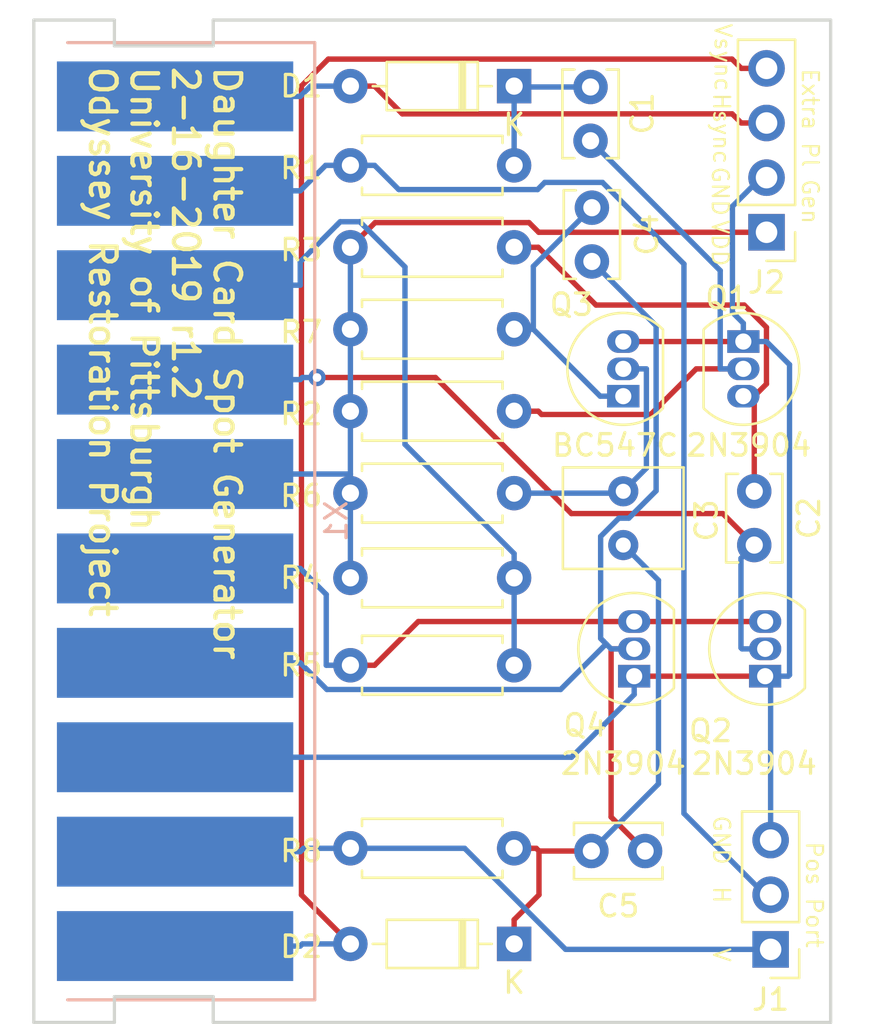
<source format=kicad_pcb>
(kicad_pcb (version 20171130) (host pcbnew "(5.0.1)-3")

  (general
    (thickness 1.6)
    (drawings 22)
    (tracks 159)
    (zones 0)
    (modules 22)
    (nets 17)
  )

  (page A4)
  (title_block
    (title "Odyssey Daughter Card Spot Generator")
    (date 2019-02-16)
    (rev 1.2)
    (company "University of Pittsburgh - Odyssey Restoration Project")
    (comment 1 "Levi Burner")
  )

  (layers
    (0 F.Cu signal)
    (31 B.Cu signal)
    (32 B.Adhes user)
    (33 F.Adhes user)
    (34 B.Paste user)
    (35 F.Paste user)
    (36 B.SilkS user)
    (37 F.SilkS user)
    (38 B.Mask user)
    (39 F.Mask user)
    (40 Dwgs.User user)
    (41 Cmts.User user)
    (42 Eco1.User user)
    (43 Eco2.User user)
    (44 Edge.Cuts user)
    (45 Margin user)
    (46 B.CrtYd user)
    (47 F.CrtYd user)
    (48 B.Fab user)
    (49 F.Fab user)
  )

  (setup
    (last_trace_width 0.25)
    (user_trace_width 2.5)
    (trace_clearance 0.2)
    (zone_clearance 0.508)
    (zone_45_only no)
    (trace_min 0.2)
    (segment_width 0.2)
    (edge_width 0.15)
    (via_size 0.8)
    (via_drill 0.4)
    (via_min_size 0.4)
    (via_min_drill 0.3)
    (uvia_size 0.3)
    (uvia_drill 0.1)
    (uvias_allowed no)
    (uvia_min_size 0.2)
    (uvia_min_drill 0.1)
    (pcb_text_width 0.3)
    (pcb_text_size 1.5 1.5)
    (mod_edge_width 0.15)
    (mod_text_size 1 1)
    (mod_text_width 0.15)
    (pad_size 1.524 1.524)
    (pad_drill 0.762)
    (pad_to_mask_clearance 0.2)
    (solder_mask_min_width 0.25)
    (aux_axis_origin 0 0)
    (visible_elements 7FFFFFFF)
    (pcbplotparams
      (layerselection 0x010f0_ffffffff)
      (usegerberextensions false)
      (usegerberattributes false)
      (usegerberadvancedattributes false)
      (creategerberjobfile false)
      (excludeedgelayer true)
      (linewidth 0.100000)
      (plotframeref false)
      (viasonmask false)
      (mode 1)
      (useauxorigin false)
      (hpglpennumber 1)
      (hpglpenspeed 20)
      (hpglpendiameter 15.000000)
      (psnegative false)
      (psa4output false)
      (plotreference true)
      (plotvalue true)
      (plotinvisibletext false)
      (padsonsilk false)
      (subtractmaskfromsilk false)
      (outputformat 1)
      (mirror false)
      (drillshape 0)
      (scaleselection 1)
      (outputdirectory "gerbers/"))
  )

  (net 0 "")
  (net 1 "Net-(C1-Pad1)")
  (net 2 "Net-(C1-Pad2)")
  (net 3 "Net-(C2-Pad2)")
  (net 4 /Card7)
  (net 5 "Net-(C3-Pad1)")
  (net 6 "Net-(C3-Pad2)")
  (net 7 "Net-(C4-Pad1)")
  (net 8 /Card4)
  (net 9 /Card10)
  (net 10 /Card1)
  (net 11 GND)
  (net 12 /Card5)
  (net 13 /Card9)
  (net 14 /Card6)
  (net 15 /Card8)
  (net 16 /Card2)

  (net_class Default "This is the default net class."
    (clearance 0.2)
    (trace_width 0.25)
    (via_dia 0.8)
    (via_drill 0.4)
    (uvia_dia 0.3)
    (uvia_drill 0.1)
    (add_net /Card1)
    (add_net /Card10)
    (add_net /Card2)
    (add_net /Card4)
    (add_net /Card5)
    (add_net /Card6)
    (add_net /Card7)
    (add_net /Card8)
    (add_net /Card9)
    (add_net GND)
    (add_net "Net-(C1-Pad1)")
    (add_net "Net-(C1-Pad2)")
    (add_net "Net-(C2-Pad2)")
    (add_net "Net-(C3-Pad1)")
    (add_net "Net-(C3-Pad2)")
    (add_net "Net-(C4-Pad1)")
  )

  (module Capacitor_THT:C_Rect_L4.0mm_W2.5mm_P2.50mm (layer F.Cu) (tedit 5A142A3B) (tstamp 5B2B004F)
    (at 148.4 86.4235 270)
    (descr "C, Rect series, Radial, pin pitch=2.50mm, length*width=4*2.5mm^2, Capacitor")
    (tags "C Rect series Radial pin pitch 2.50mm  length 4mm width 2.5mm Capacitor")
    (path /5B10905B)
    (fp_text reference C4 (at 1.25 -2.56 270) (layer F.SilkS)
      (effects (font (size 1 1) (thickness 0.15)))
    )
    (fp_text value 0.1u (at 1.25 2.56 270) (layer F.Fab)
      (effects (font (size 1 1) (thickness 0.15)))
    )
    (fp_line (start -0.75 -1.25) (end -0.75 1.25) (layer F.Fab) (width 0.1))
    (fp_line (start -0.75 1.25) (end 3.25 1.25) (layer F.Fab) (width 0.1))
    (fp_line (start 3.25 1.25) (end 3.25 -1.25) (layer F.Fab) (width 0.1))
    (fp_line (start 3.25 -1.25) (end -0.75 -1.25) (layer F.Fab) (width 0.1))
    (fp_line (start -0.81 -1.31) (end 3.31 -1.31) (layer F.SilkS) (width 0.12))
    (fp_line (start -0.81 1.31) (end 3.31 1.31) (layer F.SilkS) (width 0.12))
    (fp_line (start -0.81 -1.31) (end -0.81 -0.75) (layer F.SilkS) (width 0.12))
    (fp_line (start -0.81 0.75) (end -0.81 1.31) (layer F.SilkS) (width 0.12))
    (fp_line (start 3.31 -1.31) (end 3.31 -0.75) (layer F.SilkS) (width 0.12))
    (fp_line (start 3.31 0.75) (end 3.31 1.31) (layer F.SilkS) (width 0.12))
    (fp_line (start -1.1 -1.6) (end -1.1 1.6) (layer F.CrtYd) (width 0.05))
    (fp_line (start -1.1 1.6) (end 3.6 1.6) (layer F.CrtYd) (width 0.05))
    (fp_line (start 3.6 1.6) (end 3.6 -1.6) (layer F.CrtYd) (width 0.05))
    (fp_line (start 3.6 -1.6) (end -1.1 -1.6) (layer F.CrtYd) (width 0.05))
    (fp_text user %R (at 1.25 0 270) (layer F.Fab)
      (effects (font (size 1 1) (thickness 0.15)))
    )
    (pad 1 thru_hole circle (at 0 0 270) (size 1.6 1.6) (drill 0.8) (layers *.Cu *.Mask)
      (net 7 "Net-(C4-Pad1)"))
    (pad 2 thru_hole circle (at 2.5 0 270) (size 1.6 1.6) (drill 0.8) (layers *.Cu *.Mask)
      (net 8 /Card4))
    (model ${KISYS3DMOD}/Capacitor_THT.3dshapes/C_Rect_L4.0mm_W2.5mm_P2.50mm.wrl
      (at (xyz 0 0 0))
      (scale (xyz 1 1 1))
      (rotate (xyz 0 0 0))
    )
  )

  (module Package_TO_SOT_THT:TO-92_Inline (layer F.Cu) (tedit 5B145217) (tstamp 5B2B00B4)
    (at 155.448 92.6465 270)
    (descr "TO-92 leads in-line, narrow, oval pads, drill 0.75mm (see NXP sot054_po.pdf)")
    (tags "to-92 sc-43 sc-43a sot54 PA33 transistor")
    (path /5B108D78)
    (fp_text reference Q1 (at -2.032 0.762) (layer F.SilkS)
      (effects (font (size 1 1) (thickness 0.15)))
    )
    (fp_text value 2N3904 (at 4.826 -0.254) (layer F.SilkS)
      (effects (font (size 1 1) (thickness 0.15)))
    )
    (fp_arc (start 1.27 0) (end 1.27 -2.6) (angle 135) (layer F.SilkS) (width 0.12))
    (fp_arc (start 1.27 0) (end 1.27 -2.48) (angle -135) (layer F.Fab) (width 0.1))
    (fp_arc (start 1.27 0) (end 1.27 -2.6) (angle -135) (layer F.SilkS) (width 0.12))
    (fp_arc (start 1.27 0) (end 1.27 -2.48) (angle 135) (layer F.Fab) (width 0.1))
    (fp_line (start 4 2.01) (end -1.46 2.01) (layer F.CrtYd) (width 0.05))
    (fp_line (start 4 2.01) (end 4 -2.73) (layer F.CrtYd) (width 0.05))
    (fp_line (start -1.46 -2.73) (end -1.46 2.01) (layer F.CrtYd) (width 0.05))
    (fp_line (start -1.46 -2.73) (end 4 -2.73) (layer F.CrtYd) (width 0.05))
    (fp_line (start -0.5 1.75) (end 3 1.75) (layer F.Fab) (width 0.1))
    (fp_line (start -0.53 1.85) (end 3.07 1.85) (layer F.SilkS) (width 0.12))
    (fp_text user %R (at -3.556 1.016) (layer F.Fab)
      (effects (font (size 1 1) (thickness 0.15)))
    )
    (pad 1 thru_hole rect (at 0 0 270) (size 1.05 1.5) (drill 0.75) (layers *.Cu *.Mask)
      (net 11 GND))
    (pad 3 thru_hole oval (at 2.54 0 270) (size 1.05 1.5) (drill 0.75) (layers *.Cu *.Mask)
      (net 3 "Net-(C2-Pad2)"))
    (pad 2 thru_hole oval (at 1.27 0 270) (size 1.05 1.5) (drill 0.75) (layers *.Cu *.Mask)
      (net 1 "Net-(C1-Pad1)"))
    (model ${KISYS3DMOD}/Package_TO_SOT_THT.3dshapes/TO-92_Inline.wrl
      (at (xyz 0 0 0))
      (scale (xyz 1 1 1))
      (rotate (xyz 0 0 0))
    )
  )

  (module Capacitor_THT:C_Rect_L4.6mm_W5.5mm_P2.50mm_MKS02_FKP02 (layer F.Cu) (tedit 5A142A3B) (tstamp 5B2B003A)
    (at 149.86 102.108 90)
    (descr "C, Rect series, Radial, pin pitch=2.50mm, length*width=4.6*5.5mm^2, Capacitor, http://www.wima.de/DE/WIMA_MKS_02.pdf")
    (tags "C Rect series Radial pin pitch 2.50mm  length 4.6mm width 5.5mm Capacitor")
    (path /5B108C2D)
    (fp_text reference C3 (at 1.143 3.8735 90) (layer F.SilkS)
      (effects (font (size 1 1) (thickness 0.15)))
    )
    (fp_text value 0.15u (at 1.25 4.06 90) (layer F.Fab)
      (effects (font (size 1 1) (thickness 0.15)))
    )
    (fp_line (start -1.05 -2.75) (end -1.05 2.75) (layer F.Fab) (width 0.1))
    (fp_line (start -1.05 2.75) (end 3.55 2.75) (layer F.Fab) (width 0.1))
    (fp_line (start 3.55 2.75) (end 3.55 -2.75) (layer F.Fab) (width 0.1))
    (fp_line (start 3.55 -2.75) (end -1.05 -2.75) (layer F.Fab) (width 0.1))
    (fp_line (start -1.11 -2.81) (end 3.61 -2.81) (layer F.SilkS) (width 0.12))
    (fp_line (start -1.11 2.81) (end 3.61 2.81) (layer F.SilkS) (width 0.12))
    (fp_line (start -1.11 -2.81) (end -1.11 2.81) (layer F.SilkS) (width 0.12))
    (fp_line (start 3.61 -2.81) (end 3.61 2.81) (layer F.SilkS) (width 0.12))
    (fp_line (start -1.4 -3.1) (end -1.4 3.1) (layer F.CrtYd) (width 0.05))
    (fp_line (start -1.4 3.1) (end 3.9 3.1) (layer F.CrtYd) (width 0.05))
    (fp_line (start 3.9 3.1) (end 3.9 -3.1) (layer F.CrtYd) (width 0.05))
    (fp_line (start 3.9 -3.1) (end -1.4 -3.1) (layer F.CrtYd) (width 0.05))
    (fp_text user %R (at 1.25 0 90) (layer F.Fab)
      (effects (font (size 1 1) (thickness 0.15)))
    )
    (pad 1 thru_hole circle (at 0 0 90) (size 1.4 1.4) (drill 0.7) (layers *.Cu *.Mask)
      (net 5 "Net-(C3-Pad1)"))
    (pad 2 thru_hole circle (at 2.5 0 90) (size 1.4 1.4) (drill 0.7) (layers *.Cu *.Mask)
      (net 6 "Net-(C3-Pad2)"))
    (model ${KISYS3DMOD}/Capacitor_THT.3dshapes/C_Rect_L4.6mm_W5.5mm_P2.50mm_MKS02_FKP02.wrl
      (at (xyz 0 0 0))
      (scale (xyz 1 1 1))
      (rotate (xyz 0 0 0))
    )
  )

  (module Package_TO_SOT_THT:TO-92_Inline (layer F.Cu) (tedit 5B145231) (tstamp 5B2B00D8)
    (at 149.86 95.1865 90)
    (descr "TO-92 leads in-line, narrow, oval pads, drill 0.75mm (see NXP sot054_po.pdf)")
    (tags "to-92 sc-43 sc-43a sot54 PA33 transistor")
    (path /5B108E77)
    (fp_text reference Q3 (at 4.2545 -2.413 180) (layer F.SilkS)
      (effects (font (size 1 1) (thickness 0.15)))
    )
    (fp_text value BC547C (at -2.286 -0.381 180) (layer F.SilkS)
      (effects (font (size 1 1) (thickness 0.15)))
    )
    (fp_text user %R (at 6.096 2.032 180) (layer F.Fab)
      (effects (font (size 1 1) (thickness 0.15)))
    )
    (fp_line (start -0.53 1.85) (end 3.07 1.85) (layer F.SilkS) (width 0.12))
    (fp_line (start -0.5 1.75) (end 3 1.75) (layer F.Fab) (width 0.1))
    (fp_line (start -1.46 -2.73) (end 4 -2.73) (layer F.CrtYd) (width 0.05))
    (fp_line (start -1.46 -2.73) (end -1.46 2.01) (layer F.CrtYd) (width 0.05))
    (fp_line (start 4 2.01) (end 4 -2.73) (layer F.CrtYd) (width 0.05))
    (fp_line (start 4 2.01) (end -1.46 2.01) (layer F.CrtYd) (width 0.05))
    (fp_arc (start 1.27 0) (end 1.27 -2.48) (angle 135) (layer F.Fab) (width 0.1))
    (fp_arc (start 1.27 0) (end 1.27 -2.6) (angle -135) (layer F.SilkS) (width 0.12))
    (fp_arc (start 1.27 0) (end 1.27 -2.48) (angle -135) (layer F.Fab) (width 0.1))
    (fp_arc (start 1.27 0) (end 1.27 -2.6) (angle 135) (layer F.SilkS) (width 0.12))
    (pad 2 thru_hole oval (at 1.27 0 90) (size 1.05 1.5) (drill 0.75) (layers *.Cu *.Mask)
      (net 6 "Net-(C3-Pad2)"))
    (pad 3 thru_hole oval (at 2.54 0 90) (size 1.05 1.5) (drill 0.75) (layers *.Cu *.Mask)
      (net 11 GND))
    (pad 1 thru_hole rect (at 0 0 90) (size 1.05 1.5) (drill 0.75) (layers *.Cu *.Mask)
      (net 7 "Net-(C4-Pad1)"))
    (model ${KISYS3DMOD}/Package_TO_SOT_THT.3dshapes/TO-92_Inline.wrl
      (at (xyz 0 0 0))
      (scale (xyz 1 1 1))
      (rotate (xyz 0 0 0))
    )
  )

  (module Resistor_THT:R_Axial_DIN0207_L6.3mm_D2.5mm_P7.62mm_Horizontal (layer F.Cu) (tedit 5A24F4B6) (tstamp 5B2B0101)
    (at 144.78 84.455 180)
    (descr "Resistor, Axial_DIN0207 series, Axial, Horizontal, pin pitch=7.62mm, 0.25W = 1/4W, length*diameter=6.3*2.5mm^2, http://cdn-reichelt.de/documents/datenblatt/B400/1_4W%23YAG.pdf")
    (tags "Resistor Axial_DIN0207 series Axial Horizontal pin pitch 7.62mm 0.25W = 1/4W length 6.3mm diameter 2.5mm")
    (path /5B1087AE)
    (fp_text reference R1 (at 9.906 -0.127 180) (layer F.SilkS)
      (effects (font (size 1 1) (thickness 0.15)))
    )
    (fp_text value 10k (at 3.81 2.37 180) (layer F.Fab)
      (effects (font (size 1 1) (thickness 0.15)))
    )
    (fp_line (start 0.66 -1.25) (end 0.66 1.25) (layer F.Fab) (width 0.1))
    (fp_line (start 0.66 1.25) (end 6.96 1.25) (layer F.Fab) (width 0.1))
    (fp_line (start 6.96 1.25) (end 6.96 -1.25) (layer F.Fab) (width 0.1))
    (fp_line (start 6.96 -1.25) (end 0.66 -1.25) (layer F.Fab) (width 0.1))
    (fp_line (start 0 0) (end 0.66 0) (layer F.Fab) (width 0.1))
    (fp_line (start 7.62 0) (end 6.96 0) (layer F.Fab) (width 0.1))
    (fp_line (start 0.54 -1.04) (end 0.54 -1.37) (layer F.SilkS) (width 0.12))
    (fp_line (start 0.54 -1.37) (end 7.08 -1.37) (layer F.SilkS) (width 0.12))
    (fp_line (start 7.08 -1.37) (end 7.08 -1.04) (layer F.SilkS) (width 0.12))
    (fp_line (start 0.54 1.04) (end 0.54 1.37) (layer F.SilkS) (width 0.12))
    (fp_line (start 0.54 1.37) (end 7.08 1.37) (layer F.SilkS) (width 0.12))
    (fp_line (start 7.08 1.37) (end 7.08 1.04) (layer F.SilkS) (width 0.12))
    (fp_line (start -1.05 -1.65) (end -1.05 1.65) (layer F.CrtYd) (width 0.05))
    (fp_line (start -1.05 1.65) (end 8.7 1.65) (layer F.CrtYd) (width 0.05))
    (fp_line (start 8.7 1.65) (end 8.7 -1.65) (layer F.CrtYd) (width 0.05))
    (fp_line (start 8.7 -1.65) (end -1.05 -1.65) (layer F.CrtYd) (width 0.05))
    (fp_text user %R (at 3.81 0 180) (layer F.Fab)
      (effects (font (size 1 1) (thickness 0.15)))
    )
    (pad 1 thru_hole circle (at 0 0 180) (size 1.6 1.6) (drill 0.8) (layers *.Cu *.Mask)
      (net 2 "Net-(C1-Pad2)"))
    (pad 2 thru_hole oval (at 7.62 0 180) (size 1.6 1.6) (drill 0.8) (layers *.Cu *.Mask)
      (net 13 /Card9))
    (model ${KISYS3DMOD}/Resistor_THT.3dshapes/R_Axial_DIN0207_L6.3mm_D2.5mm_P7.62mm_Horizontal.wrl
      (at (xyz 0 0 0))
      (scale (xyz 1 1 1))
      (rotate (xyz 0 0 0))
    )
  )

  (module Resistor_THT:R_Axial_DIN0207_L6.3mm_D2.5mm_P7.62mm_Horizontal (layer F.Cu) (tedit 5A24F4B6) (tstamp 5B2B0118)
    (at 137.16 95.885)
    (descr "Resistor, Axial_DIN0207 series, Axial, Horizontal, pin pitch=7.62mm, 0.25W = 1/4W, length*diameter=6.3*2.5mm^2, http://cdn-reichelt.de/documents/datenblatt/B400/1_4W%23YAG.pdf")
    (tags "Resistor Axial_DIN0207 series Axial Horizontal pin pitch 7.62mm 0.25W = 1/4W length 6.3mm diameter 2.5mm")
    (path /5B108A76)
    (fp_text reference R2 (at -2.286 0.127) (layer F.SilkS)
      (effects (font (size 1 1) (thickness 0.15)))
    )
    (fp_text value 100K (at 3.81 2.37) (layer F.Fab)
      (effects (font (size 1 1) (thickness 0.15)))
    )
    (fp_text user %R (at 3.81 0) (layer F.Fab)
      (effects (font (size 1 1) (thickness 0.15)))
    )
    (fp_line (start 8.7 -1.65) (end -1.05 -1.65) (layer F.CrtYd) (width 0.05))
    (fp_line (start 8.7 1.65) (end 8.7 -1.65) (layer F.CrtYd) (width 0.05))
    (fp_line (start -1.05 1.65) (end 8.7 1.65) (layer F.CrtYd) (width 0.05))
    (fp_line (start -1.05 -1.65) (end -1.05 1.65) (layer F.CrtYd) (width 0.05))
    (fp_line (start 7.08 1.37) (end 7.08 1.04) (layer F.SilkS) (width 0.12))
    (fp_line (start 0.54 1.37) (end 7.08 1.37) (layer F.SilkS) (width 0.12))
    (fp_line (start 0.54 1.04) (end 0.54 1.37) (layer F.SilkS) (width 0.12))
    (fp_line (start 7.08 -1.37) (end 7.08 -1.04) (layer F.SilkS) (width 0.12))
    (fp_line (start 0.54 -1.37) (end 7.08 -1.37) (layer F.SilkS) (width 0.12))
    (fp_line (start 0.54 -1.04) (end 0.54 -1.37) (layer F.SilkS) (width 0.12))
    (fp_line (start 7.62 0) (end 6.96 0) (layer F.Fab) (width 0.1))
    (fp_line (start 0 0) (end 0.66 0) (layer F.Fab) (width 0.1))
    (fp_line (start 6.96 -1.25) (end 0.66 -1.25) (layer F.Fab) (width 0.1))
    (fp_line (start 6.96 1.25) (end 6.96 -1.25) (layer F.Fab) (width 0.1))
    (fp_line (start 0.66 1.25) (end 6.96 1.25) (layer F.Fab) (width 0.1))
    (fp_line (start 0.66 -1.25) (end 0.66 1.25) (layer F.Fab) (width 0.1))
    (pad 2 thru_hole oval (at 7.62 0) (size 1.6 1.6) (drill 0.8) (layers *.Cu *.Mask)
      (net 1 "Net-(C1-Pad1)"))
    (pad 1 thru_hole circle (at 0 0) (size 1.6 1.6) (drill 0.8) (layers *.Cu *.Mask)
      (net 14 /Card6))
    (model ${KISYS3DMOD}/Resistor_THT.3dshapes/R_Axial_DIN0207_L6.3mm_D2.5mm_P7.62mm_Horizontal.wrl
      (at (xyz 0 0 0))
      (scale (xyz 1 1 1))
      (rotate (xyz 0 0 0))
    )
  )

  (module Resistor_THT:R_Axial_DIN0207_L6.3mm_D2.5mm_P7.62mm_Horizontal (layer F.Cu) (tedit 5A24F4B6) (tstamp 5B2B012F)
    (at 137.16 88.265)
    (descr "Resistor, Axial_DIN0207 series, Axial, Horizontal, pin pitch=7.62mm, 0.25W = 1/4W, length*diameter=6.3*2.5mm^2, http://cdn-reichelt.de/documents/datenblatt/B400/1_4W%23YAG.pdf")
    (tags "Resistor Axial_DIN0207 series Axial Horizontal pin pitch 7.62mm 0.25W = 1/4W length 6.3mm diameter 2.5mm")
    (path /5B108FCF)
    (fp_text reference R3 (at -2.286 0.127) (layer F.SilkS)
      (effects (font (size 1 1) (thickness 0.15)))
    )
    (fp_text value 10k (at 3.81 2.37) (layer F.Fab)
      (effects (font (size 1 1) (thickness 0.15)))
    )
    (fp_text user %R (at 3.81 0) (layer F.Fab)
      (effects (font (size 1 1) (thickness 0.15)))
    )
    (fp_line (start 8.7 -1.65) (end -1.05 -1.65) (layer F.CrtYd) (width 0.05))
    (fp_line (start 8.7 1.65) (end 8.7 -1.65) (layer F.CrtYd) (width 0.05))
    (fp_line (start -1.05 1.65) (end 8.7 1.65) (layer F.CrtYd) (width 0.05))
    (fp_line (start -1.05 -1.65) (end -1.05 1.65) (layer F.CrtYd) (width 0.05))
    (fp_line (start 7.08 1.37) (end 7.08 1.04) (layer F.SilkS) (width 0.12))
    (fp_line (start 0.54 1.37) (end 7.08 1.37) (layer F.SilkS) (width 0.12))
    (fp_line (start 0.54 1.04) (end 0.54 1.37) (layer F.SilkS) (width 0.12))
    (fp_line (start 7.08 -1.37) (end 7.08 -1.04) (layer F.SilkS) (width 0.12))
    (fp_line (start 0.54 -1.37) (end 7.08 -1.37) (layer F.SilkS) (width 0.12))
    (fp_line (start 0.54 -1.04) (end 0.54 -1.37) (layer F.SilkS) (width 0.12))
    (fp_line (start 7.62 0) (end 6.96 0) (layer F.Fab) (width 0.1))
    (fp_line (start 0 0) (end 0.66 0) (layer F.Fab) (width 0.1))
    (fp_line (start 6.96 -1.25) (end 0.66 -1.25) (layer F.Fab) (width 0.1))
    (fp_line (start 6.96 1.25) (end 6.96 -1.25) (layer F.Fab) (width 0.1))
    (fp_line (start 0.66 1.25) (end 6.96 1.25) (layer F.Fab) (width 0.1))
    (fp_line (start 0.66 -1.25) (end 0.66 1.25) (layer F.Fab) (width 0.1))
    (pad 2 thru_hole oval (at 7.62 0) (size 1.6 1.6) (drill 0.8) (layers *.Cu *.Mask)
      (net 3 "Net-(C2-Pad2)"))
    (pad 1 thru_hole circle (at 0 0) (size 1.6 1.6) (drill 0.8) (layers *.Cu *.Mask)
      (net 14 /Card6))
    (model ${KISYS3DMOD}/Resistor_THT.3dshapes/R_Axial_DIN0207_L6.3mm_D2.5mm_P7.62mm_Horizontal.wrl
      (at (xyz 0 0 0))
      (scale (xyz 1 1 1))
      (rotate (xyz 0 0 0))
    )
  )

  (module Resistor_THT:R_Axial_DIN0207_L6.3mm_D2.5mm_P7.62mm_Horizontal (layer F.Cu) (tedit 5A24F4B6) (tstamp 5B2B0174)
    (at 144.78 99.695 180)
    (descr "Resistor, Axial_DIN0207 series, Axial, Horizontal, pin pitch=7.62mm, 0.25W = 1/4W, length*diameter=6.3*2.5mm^2, http://cdn-reichelt.de/documents/datenblatt/B400/1_4W%23YAG.pdf")
    (tags "Resistor Axial_DIN0207 series Axial Horizontal pin pitch 7.62mm 0.25W = 1/4W length 6.3mm diameter 2.5mm")
    (path /5B108AB8)
    (fp_text reference R6 (at 9.906 -0.127 180) (layer F.SilkS)
      (effects (font (size 1 1) (thickness 0.15)))
    )
    (fp_text value 270K (at 3.81 2.37 180) (layer F.Fab)
      (effects (font (size 1 1) (thickness 0.15)))
    )
    (fp_line (start 0.66 -1.25) (end 0.66 1.25) (layer F.Fab) (width 0.1))
    (fp_line (start 0.66 1.25) (end 6.96 1.25) (layer F.Fab) (width 0.1))
    (fp_line (start 6.96 1.25) (end 6.96 -1.25) (layer F.Fab) (width 0.1))
    (fp_line (start 6.96 -1.25) (end 0.66 -1.25) (layer F.Fab) (width 0.1))
    (fp_line (start 0 0) (end 0.66 0) (layer F.Fab) (width 0.1))
    (fp_line (start 7.62 0) (end 6.96 0) (layer F.Fab) (width 0.1))
    (fp_line (start 0.54 -1.04) (end 0.54 -1.37) (layer F.SilkS) (width 0.12))
    (fp_line (start 0.54 -1.37) (end 7.08 -1.37) (layer F.SilkS) (width 0.12))
    (fp_line (start 7.08 -1.37) (end 7.08 -1.04) (layer F.SilkS) (width 0.12))
    (fp_line (start 0.54 1.04) (end 0.54 1.37) (layer F.SilkS) (width 0.12))
    (fp_line (start 0.54 1.37) (end 7.08 1.37) (layer F.SilkS) (width 0.12))
    (fp_line (start 7.08 1.37) (end 7.08 1.04) (layer F.SilkS) (width 0.12))
    (fp_line (start -1.05 -1.65) (end -1.05 1.65) (layer F.CrtYd) (width 0.05))
    (fp_line (start -1.05 1.65) (end 8.7 1.65) (layer F.CrtYd) (width 0.05))
    (fp_line (start 8.7 1.65) (end 8.7 -1.65) (layer F.CrtYd) (width 0.05))
    (fp_line (start 8.7 -1.65) (end -1.05 -1.65) (layer F.CrtYd) (width 0.05))
    (fp_text user %R (at 3.81 0 180) (layer F.Fab)
      (effects (font (size 1 1) (thickness 0.15)))
    )
    (pad 1 thru_hole circle (at 0 0 180) (size 1.6 1.6) (drill 0.8) (layers *.Cu *.Mask)
      (net 6 "Net-(C3-Pad2)"))
    (pad 2 thru_hole oval (at 7.62 0 180) (size 1.6 1.6) (drill 0.8) (layers *.Cu *.Mask)
      (net 14 /Card6))
    (model ${KISYS3DMOD}/Resistor_THT.3dshapes/R_Axial_DIN0207_L6.3mm_D2.5mm_P7.62mm_Horizontal.wrl
      (at (xyz 0 0 0))
      (scale (xyz 1 1 1))
      (rotate (xyz 0 0 0))
    )
  )

  (module Resistor_THT:R_Axial_DIN0207_L6.3mm_D2.5mm_P7.62mm_Horizontal (layer F.Cu) (tedit 5A24F4B6) (tstamp 5B2B018B)
    (at 144.78 92.075 180)
    (descr "Resistor, Axial_DIN0207 series, Axial, Horizontal, pin pitch=7.62mm, 0.25W = 1/4W, length*diameter=6.3*2.5mm^2, http://cdn-reichelt.de/documents/datenblatt/B400/1_4W%23YAG.pdf")
    (tags "Resistor Axial_DIN0207 series Axial Horizontal pin pitch 7.62mm 0.25W = 1/4W length 6.3mm diameter 2.5mm")
    (path /5B109023)
    (fp_text reference R7 (at 9.906 -0.127 180) (layer F.SilkS)
      (effects (font (size 1 1) (thickness 0.15)))
    )
    (fp_text value 10k (at 3.81 2.37 180) (layer F.Fab)
      (effects (font (size 1 1) (thickness 0.15)))
    )
    (fp_line (start 0.66 -1.25) (end 0.66 1.25) (layer F.Fab) (width 0.1))
    (fp_line (start 0.66 1.25) (end 6.96 1.25) (layer F.Fab) (width 0.1))
    (fp_line (start 6.96 1.25) (end 6.96 -1.25) (layer F.Fab) (width 0.1))
    (fp_line (start 6.96 -1.25) (end 0.66 -1.25) (layer F.Fab) (width 0.1))
    (fp_line (start 0 0) (end 0.66 0) (layer F.Fab) (width 0.1))
    (fp_line (start 7.62 0) (end 6.96 0) (layer F.Fab) (width 0.1))
    (fp_line (start 0.54 -1.04) (end 0.54 -1.37) (layer F.SilkS) (width 0.12))
    (fp_line (start 0.54 -1.37) (end 7.08 -1.37) (layer F.SilkS) (width 0.12))
    (fp_line (start 7.08 -1.37) (end 7.08 -1.04) (layer F.SilkS) (width 0.12))
    (fp_line (start 0.54 1.04) (end 0.54 1.37) (layer F.SilkS) (width 0.12))
    (fp_line (start 0.54 1.37) (end 7.08 1.37) (layer F.SilkS) (width 0.12))
    (fp_line (start 7.08 1.37) (end 7.08 1.04) (layer F.SilkS) (width 0.12))
    (fp_line (start -1.05 -1.65) (end -1.05 1.65) (layer F.CrtYd) (width 0.05))
    (fp_line (start -1.05 1.65) (end 8.7 1.65) (layer F.CrtYd) (width 0.05))
    (fp_line (start 8.7 1.65) (end 8.7 -1.65) (layer F.CrtYd) (width 0.05))
    (fp_line (start 8.7 -1.65) (end -1.05 -1.65) (layer F.CrtYd) (width 0.05))
    (fp_text user %R (at 3.81 0 180) (layer F.Fab)
      (effects (font (size 1 1) (thickness 0.15)))
    )
    (pad 1 thru_hole circle (at 0 0 180) (size 1.6 1.6) (drill 0.8) (layers *.Cu *.Mask)
      (net 7 "Net-(C4-Pad1)"))
    (pad 2 thru_hole oval (at 7.62 0 180) (size 1.6 1.6) (drill 0.8) (layers *.Cu *.Mask)
      (net 14 /Card6))
    (model ${KISYS3DMOD}/Resistor_THT.3dshapes/R_Axial_DIN0207_L6.3mm_D2.5mm_P7.62mm_Horizontal.wrl
      (at (xyz 0 0 0))
      (scale (xyz 1 1 1))
      (rotate (xyz 0 0 0))
    )
  )

  (module Odyssey_Daughter_Card:Odyssey_Daughter_Card (layer F.Cu) (tedit 5B0D8ECD) (tstamp 5B2441A7)
    (at 129 101)
    (path /5B0D981F)
    (fp_text reference X1 (at 7.5 0 90) (layer B.SilkS)
      (effects (font (size 1 1) (thickness 0.15)) (justify mirror))
    )
    (fp_text value OdysseyDaughterCard (at 0 -23.25) (layer F.Fab)
      (effects (font (size 1 1) (thickness 0.15)))
    )
    (fp_line (start -5 -22.25) (end 6.5 -22.25) (layer B.SilkS) (width 0.15))
    (fp_line (start 6.5 -22.25) (end 6.5 22.25) (layer B.SilkS) (width 0.15))
    (fp_line (start 6.5 22.25) (end -5 22.25) (layer B.SilkS) (width 0.15))
    (pad 10 smd rect (at 0 -19.75) (size 11 3.25) (layers B.Cu B.Mask)
      (net 9 /Card10))
    (pad 9 smd rect (at 0 -15.361112) (size 11 3.25) (layers B.Cu B.Mask)
      (net 13 /Card9))
    (pad 8 smd rect (at 0 -10.972224) (size 11 3.25) (layers B.Cu B.Mask)
      (net 15 /Card8))
    (pad 7 smd rect (at 0 -6.583336) (size 11 3.25) (layers B.Cu B.Mask)
      (net 4 /Card7))
    (pad 6 smd rect (at 0 -2.194448) (size 11 3.25) (layers B.Cu B.Mask)
      (net 14 /Card6))
    (pad 5 smd rect (at 0 2.19444) (size 11 3.25) (layers B.Cu B.Mask)
      (net 12 /Card5))
    (pad 4 smd rect (at 0 6.583328) (size 11 3.25) (layers B.Cu B.Mask)
      (net 8 /Card4))
    (pad 3 smd rect (at 0 10.972216) (size 11 3.25) (layers B.Cu B.Mask)
      (net 11 GND))
    (pad 2 smd rect (at 0 15.361104) (size 11 3.25) (layers B.Cu B.Mask)
      (net 16 /Card2))
    (pad 1 smd rect (at 0 19.749992) (size 11 3.25) (layers B.Cu B.Mask)
      (net 10 /Card1))
  )

  (module Capacitor_THT:C_Rect_L4.0mm_W2.5mm_P2.50mm (layer F.Cu) (tedit 5A142A3B) (tstamp 5B2B0012)
    (at 148.336 83.312 90)
    (descr "C, Rect series, Radial, pin pitch=2.50mm, length*width=4*2.5mm^2, Capacitor")
    (tags "C Rect series Radial pin pitch 2.50mm  length 4mm width 2.5mm Capacitor")
    (path /5B108BAD)
    (fp_text reference C1 (at 1.27 2.413 90) (layer F.SilkS)
      (effects (font (size 1 1) (thickness 0.15)))
    )
    (fp_text value 1500p (at 1.25 2.56 90) (layer F.Fab)
      (effects (font (size 1 1) (thickness 0.15)))
    )
    (fp_line (start -0.75 -1.25) (end -0.75 1.25) (layer F.Fab) (width 0.1))
    (fp_line (start -0.75 1.25) (end 3.25 1.25) (layer F.Fab) (width 0.1))
    (fp_line (start 3.25 1.25) (end 3.25 -1.25) (layer F.Fab) (width 0.1))
    (fp_line (start 3.25 -1.25) (end -0.75 -1.25) (layer F.Fab) (width 0.1))
    (fp_line (start -0.81 -1.31) (end 3.31 -1.31) (layer F.SilkS) (width 0.12))
    (fp_line (start -0.81 1.31) (end 3.31 1.31) (layer F.SilkS) (width 0.12))
    (fp_line (start -0.81 -1.31) (end -0.81 -0.75) (layer F.SilkS) (width 0.12))
    (fp_line (start -0.81 0.75) (end -0.81 1.31) (layer F.SilkS) (width 0.12))
    (fp_line (start 3.31 -1.31) (end 3.31 -0.75) (layer F.SilkS) (width 0.12))
    (fp_line (start 3.31 0.75) (end 3.31 1.31) (layer F.SilkS) (width 0.12))
    (fp_line (start -1.1 -1.6) (end -1.1 1.6) (layer F.CrtYd) (width 0.05))
    (fp_line (start -1.1 1.6) (end 3.6 1.6) (layer F.CrtYd) (width 0.05))
    (fp_line (start 3.6 1.6) (end 3.6 -1.6) (layer F.CrtYd) (width 0.05))
    (fp_line (start 3.6 -1.6) (end -1.1 -1.6) (layer F.CrtYd) (width 0.05))
    (fp_text user %R (at 1.25 0 90) (layer F.Fab)
      (effects (font (size 1 1) (thickness 0.15)))
    )
    (pad 1 thru_hole circle (at 0 0 90) (size 1.6 1.6) (drill 0.8) (layers *.Cu *.Mask)
      (net 1 "Net-(C1-Pad1)"))
    (pad 2 thru_hole circle (at 2.5 0 90) (size 1.6 1.6) (drill 0.8) (layers *.Cu *.Mask)
      (net 2 "Net-(C1-Pad2)"))
    (model ${KISYS3DMOD}/Capacitor_THT.3dshapes/C_Rect_L4.0mm_W2.5mm_P2.50mm.wrl
      (at (xyz 0 0 0))
      (scale (xyz 1 1 1))
      (rotate (xyz 0 0 0))
    )
  )

  (module Capacitor_THT:C_Rect_L4.0mm_W2.5mm_P2.50mm (layer F.Cu) (tedit 5A142A3B) (tstamp 5B2B0027)
    (at 155.956 102.108 90)
    (descr "C, Rect series, Radial, pin pitch=2.50mm, length*width=4*2.5mm^2, Capacitor")
    (tags "C Rect series Radial pin pitch 2.50mm  length 4mm width 2.5mm Capacitor")
    (path /5B1092BB)
    (fp_text reference C2 (at 1.25 2.54 90) (layer F.SilkS)
      (effects (font (size 1 1) (thickness 0.15)))
    )
    (fp_text value 120p (at 1.25 2.56 90) (layer F.Fab)
      (effects (font (size 1 1) (thickness 0.15)))
    )
    (fp_text user %R (at 1.25 0 90) (layer F.Fab)
      (effects (font (size 1 1) (thickness 0.15)))
    )
    (fp_line (start 3.6 -1.6) (end -1.1 -1.6) (layer F.CrtYd) (width 0.05))
    (fp_line (start 3.6 1.6) (end 3.6 -1.6) (layer F.CrtYd) (width 0.05))
    (fp_line (start -1.1 1.6) (end 3.6 1.6) (layer F.CrtYd) (width 0.05))
    (fp_line (start -1.1 -1.6) (end -1.1 1.6) (layer F.CrtYd) (width 0.05))
    (fp_line (start 3.31 0.75) (end 3.31 1.31) (layer F.SilkS) (width 0.12))
    (fp_line (start 3.31 -1.31) (end 3.31 -0.75) (layer F.SilkS) (width 0.12))
    (fp_line (start -0.81 0.75) (end -0.81 1.31) (layer F.SilkS) (width 0.12))
    (fp_line (start -0.81 -1.31) (end -0.81 -0.75) (layer F.SilkS) (width 0.12))
    (fp_line (start -0.81 1.31) (end 3.31 1.31) (layer F.SilkS) (width 0.12))
    (fp_line (start -0.81 -1.31) (end 3.31 -1.31) (layer F.SilkS) (width 0.12))
    (fp_line (start 3.25 -1.25) (end -0.75 -1.25) (layer F.Fab) (width 0.1))
    (fp_line (start 3.25 1.25) (end 3.25 -1.25) (layer F.Fab) (width 0.1))
    (fp_line (start -0.75 1.25) (end 3.25 1.25) (layer F.Fab) (width 0.1))
    (fp_line (start -0.75 -1.25) (end -0.75 1.25) (layer F.Fab) (width 0.1))
    (pad 2 thru_hole circle (at 2.5 0 90) (size 1.6 1.6) (drill 0.8) (layers *.Cu *.Mask)
      (net 3 "Net-(C2-Pad2)"))
    (pad 1 thru_hole circle (at 0 0 90) (size 1.6 1.6) (drill 0.8) (layers *.Cu *.Mask)
      (net 4 /Card7))
    (model ${KISYS3DMOD}/Capacitor_THT.3dshapes/C_Rect_L4.0mm_W2.5mm_P2.50mm.wrl
      (at (xyz 0 0 0))
      (scale (xyz 1 1 1))
      (rotate (xyz 0 0 0))
    )
  )

  (module Capacitor_THT:C_Rect_L4.0mm_W2.5mm_P2.50mm (layer F.Cu) (tedit 5A142A3B) (tstamp 5B2B0064)
    (at 150.876 116.332 180)
    (descr "C, Rect series, Radial, pin pitch=2.50mm, length*width=4*2.5mm^2, Capacitor")
    (tags "C Rect series Radial pin pitch 2.50mm  length 4mm width 2.5mm Capacitor")
    (path /5B1090F2)
    (fp_text reference C5 (at 1.25 -2.56 180) (layer F.SilkS)
      (effects (font (size 1 1) (thickness 0.15)))
    )
    (fp_text value 0.01u (at 1.25 2.56 180) (layer F.Fab)
      (effects (font (size 1 1) (thickness 0.15)))
    )
    (fp_text user %R (at 1.25 0 180) (layer F.Fab)
      (effects (font (size 1 1) (thickness 0.15)))
    )
    (fp_line (start 3.6 -1.6) (end -1.1 -1.6) (layer F.CrtYd) (width 0.05))
    (fp_line (start 3.6 1.6) (end 3.6 -1.6) (layer F.CrtYd) (width 0.05))
    (fp_line (start -1.1 1.6) (end 3.6 1.6) (layer F.CrtYd) (width 0.05))
    (fp_line (start -1.1 -1.6) (end -1.1 1.6) (layer F.CrtYd) (width 0.05))
    (fp_line (start 3.31 0.75) (end 3.31 1.31) (layer F.SilkS) (width 0.12))
    (fp_line (start 3.31 -1.31) (end 3.31 -0.75) (layer F.SilkS) (width 0.12))
    (fp_line (start -0.81 0.75) (end -0.81 1.31) (layer F.SilkS) (width 0.12))
    (fp_line (start -0.81 -1.31) (end -0.81 -0.75) (layer F.SilkS) (width 0.12))
    (fp_line (start -0.81 1.31) (end 3.31 1.31) (layer F.SilkS) (width 0.12))
    (fp_line (start -0.81 -1.31) (end 3.31 -1.31) (layer F.SilkS) (width 0.12))
    (fp_line (start 3.25 -1.25) (end -0.75 -1.25) (layer F.Fab) (width 0.1))
    (fp_line (start 3.25 1.25) (end 3.25 -1.25) (layer F.Fab) (width 0.1))
    (fp_line (start -0.75 1.25) (end 3.25 1.25) (layer F.Fab) (width 0.1))
    (fp_line (start -0.75 -1.25) (end -0.75 1.25) (layer F.Fab) (width 0.1))
    (pad 2 thru_hole circle (at 2.5 0 180) (size 1.6 1.6) (drill 0.8) (layers *.Cu *.Mask)
      (net 5 "Net-(C3-Pad1)"))
    (pad 1 thru_hole circle (at 0 0 180) (size 1.6 1.6) (drill 0.8) (layers *.Cu *.Mask)
      (net 8 /Card4))
    (model ${KISYS3DMOD}/Capacitor_THT.3dshapes/C_Rect_L4.0mm_W2.5mm_P2.50mm.wrl
      (at (xyz 0 0 0))
      (scale (xyz 1 1 1))
      (rotate (xyz 0 0 0))
    )
  )

  (module Diode_THT:D_DO-35_SOD27_P7.62mm_Horizontal (layer F.Cu) (tedit 5A195B5A) (tstamp 5B2B0083)
    (at 144.78 80.772 180)
    (descr "D, DO-35_SOD27 series, Axial, Horizontal, pin pitch=7.62mm, , length*diameter=4*2mm^2, , http://www.diodes.com/_files/packages/DO-35.pdf")
    (tags "D DO-35_SOD27 series Axial Horizontal pin pitch 7.62mm  length 4mm diameter 2mm")
    (path /5B10899E)
    (fp_text reference D1 (at 9.906 0 180) (layer F.SilkS)
      (effects (font (size 1 1) (thickness 0.15)))
    )
    (fp_text value 1N4448 (at 3.81 2.12 180) (layer F.Fab)
      (effects (font (size 1 1) (thickness 0.15)))
    )
    (fp_text user K (at 0 -1.8 180) (layer F.SilkS)
      (effects (font (size 1 1) (thickness 0.15)))
    )
    (fp_text user K (at 0 -1.8 180) (layer F.Fab)
      (effects (font (size 1 1) (thickness 0.15)))
    )
    (fp_text user %R (at 4.11 0 180) (layer F.Fab)
      (effects (font (size 0.8 0.8) (thickness 0.12)))
    )
    (fp_line (start 8.7 -1.4) (end -1.05 -1.4) (layer F.CrtYd) (width 0.05))
    (fp_line (start 8.7 1.4) (end 8.7 -1.4) (layer F.CrtYd) (width 0.05))
    (fp_line (start -1.05 1.4) (end 8.7 1.4) (layer F.CrtYd) (width 0.05))
    (fp_line (start -1.05 -1.4) (end -1.05 1.4) (layer F.CrtYd) (width 0.05))
    (fp_line (start 2.29 -1.12) (end 2.29 1.12) (layer F.SilkS) (width 0.12))
    (fp_line (start 2.53 -1.12) (end 2.53 1.12) (layer F.SilkS) (width 0.12))
    (fp_line (start 2.41 -1.12) (end 2.41 1.12) (layer F.SilkS) (width 0.12))
    (fp_line (start 6.58 0) (end 5.93 0) (layer F.SilkS) (width 0.12))
    (fp_line (start 1.04 0) (end 1.69 0) (layer F.SilkS) (width 0.12))
    (fp_line (start 5.93 -1.12) (end 1.69 -1.12) (layer F.SilkS) (width 0.12))
    (fp_line (start 5.93 1.12) (end 5.93 -1.12) (layer F.SilkS) (width 0.12))
    (fp_line (start 1.69 1.12) (end 5.93 1.12) (layer F.SilkS) (width 0.12))
    (fp_line (start 1.69 -1.12) (end 1.69 1.12) (layer F.SilkS) (width 0.12))
    (fp_line (start 2.31 -1) (end 2.31 1) (layer F.Fab) (width 0.1))
    (fp_line (start 2.51 -1) (end 2.51 1) (layer F.Fab) (width 0.1))
    (fp_line (start 2.41 -1) (end 2.41 1) (layer F.Fab) (width 0.1))
    (fp_line (start 7.62 0) (end 5.81 0) (layer F.Fab) (width 0.1))
    (fp_line (start 0 0) (end 1.81 0) (layer F.Fab) (width 0.1))
    (fp_line (start 5.81 -1) (end 1.81 -1) (layer F.Fab) (width 0.1))
    (fp_line (start 5.81 1) (end 5.81 -1) (layer F.Fab) (width 0.1))
    (fp_line (start 1.81 1) (end 5.81 1) (layer F.Fab) (width 0.1))
    (fp_line (start 1.81 -1) (end 1.81 1) (layer F.Fab) (width 0.1))
    (pad 2 thru_hole oval (at 7.62 0 180) (size 1.6 1.6) (drill 0.8) (layers *.Cu *.Mask)
      (net 9 /Card10))
    (pad 1 thru_hole rect (at 0 0 180) (size 1.6 1.6) (drill 0.8) (layers *.Cu *.Mask)
      (net 2 "Net-(C1-Pad2)"))
    (model ${KISYS3DMOD}/Diode_THT.3dshapes/D_DO-35_SOD27_P7.62mm_Horizontal.wrl
      (at (xyz 0 0 0))
      (scale (xyz 1 1 1))
      (rotate (xyz 0 0 0))
    )
  )

  (module Diode_THT:D_DO-35_SOD27_P7.62mm_Horizontal (layer F.Cu) (tedit 5A195B5A) (tstamp 5B2B00A2)
    (at 144.78 120.65 180)
    (descr "D, DO-35_SOD27 series, Axial, Horizontal, pin pitch=7.62mm, , length*diameter=4*2mm^2, , http://www.diodes.com/_files/packages/DO-35.pdf")
    (tags "D DO-35_SOD27 series Axial Horizontal pin pitch 7.62mm  length 4mm diameter 2mm")
    (path /5B108A44)
    (fp_text reference D2 (at 9.906 -0.127 180) (layer F.SilkS)
      (effects (font (size 1 1) (thickness 0.15)))
    )
    (fp_text value 1N4448 (at 3.81 2.12 180) (layer F.Fab)
      (effects (font (size 1 1) (thickness 0.15)))
    )
    (fp_line (start 1.81 -1) (end 1.81 1) (layer F.Fab) (width 0.1))
    (fp_line (start 1.81 1) (end 5.81 1) (layer F.Fab) (width 0.1))
    (fp_line (start 5.81 1) (end 5.81 -1) (layer F.Fab) (width 0.1))
    (fp_line (start 5.81 -1) (end 1.81 -1) (layer F.Fab) (width 0.1))
    (fp_line (start 0 0) (end 1.81 0) (layer F.Fab) (width 0.1))
    (fp_line (start 7.62 0) (end 5.81 0) (layer F.Fab) (width 0.1))
    (fp_line (start 2.41 -1) (end 2.41 1) (layer F.Fab) (width 0.1))
    (fp_line (start 2.51 -1) (end 2.51 1) (layer F.Fab) (width 0.1))
    (fp_line (start 2.31 -1) (end 2.31 1) (layer F.Fab) (width 0.1))
    (fp_line (start 1.69 -1.12) (end 1.69 1.12) (layer F.SilkS) (width 0.12))
    (fp_line (start 1.69 1.12) (end 5.93 1.12) (layer F.SilkS) (width 0.12))
    (fp_line (start 5.93 1.12) (end 5.93 -1.12) (layer F.SilkS) (width 0.12))
    (fp_line (start 5.93 -1.12) (end 1.69 -1.12) (layer F.SilkS) (width 0.12))
    (fp_line (start 1.04 0) (end 1.69 0) (layer F.SilkS) (width 0.12))
    (fp_line (start 6.58 0) (end 5.93 0) (layer F.SilkS) (width 0.12))
    (fp_line (start 2.41 -1.12) (end 2.41 1.12) (layer F.SilkS) (width 0.12))
    (fp_line (start 2.53 -1.12) (end 2.53 1.12) (layer F.SilkS) (width 0.12))
    (fp_line (start 2.29 -1.12) (end 2.29 1.12) (layer F.SilkS) (width 0.12))
    (fp_line (start -1.05 -1.4) (end -1.05 1.4) (layer F.CrtYd) (width 0.05))
    (fp_line (start -1.05 1.4) (end 8.7 1.4) (layer F.CrtYd) (width 0.05))
    (fp_line (start 8.7 1.4) (end 8.7 -1.4) (layer F.CrtYd) (width 0.05))
    (fp_line (start 8.7 -1.4) (end -1.05 -1.4) (layer F.CrtYd) (width 0.05))
    (fp_text user %R (at 4.11 0 180) (layer F.Fab)
      (effects (font (size 0.8 0.8) (thickness 0.12)))
    )
    (fp_text user K (at 0 -1.8 180) (layer F.Fab)
      (effects (font (size 1 1) (thickness 0.15)))
    )
    (fp_text user K (at 0 -1.8 180) (layer F.SilkS)
      (effects (font (size 1 1) (thickness 0.15)))
    )
    (pad 1 thru_hole rect (at 0 0 180) (size 1.6 1.6) (drill 0.8) (layers *.Cu *.Mask)
      (net 5 "Net-(C3-Pad1)"))
    (pad 2 thru_hole oval (at 7.62 0 180) (size 1.6 1.6) (drill 0.8) (layers *.Cu *.Mask)
      (net 10 /Card1))
    (model ${KISYS3DMOD}/Diode_THT.3dshapes/D_DO-35_SOD27_P7.62mm_Horizontal.wrl
      (at (xyz 0 0 0))
      (scale (xyz 1 1 1))
      (rotate (xyz 0 0 0))
    )
  )

  (module Package_TO_SOT_THT:TO-92_Inline (layer F.Cu) (tedit 5B145281) (tstamp 5B2B00C6)
    (at 156.464 108.204 90)
    (descr "TO-92 leads in-line, narrow, oval pads, drill 0.75mm (see NXP sot054_po.pdf)")
    (tags "to-92 sc-43 sc-43a sot54 PA33 transistor")
    (path /5B108DB8)
    (fp_text reference Q2 (at -2.54 -2.54 180) (layer F.SilkS)
      (effects (font (size 1 1) (thickness 0.15)))
    )
    (fp_text value 2N3904 (at -4.064 -0.508 180) (layer F.SilkS)
      (effects (font (size 1 1) (thickness 0.15)))
    )
    (fp_text user %R (at -2.54 -2.54 180) (layer F.Fab)
      (effects (font (size 1 1) (thickness 0.15)))
    )
    (fp_line (start -0.53 1.85) (end 3.07 1.85) (layer F.SilkS) (width 0.12))
    (fp_line (start -0.5 1.75) (end 3 1.75) (layer F.Fab) (width 0.1))
    (fp_line (start -1.46 -2.73) (end 4 -2.73) (layer F.CrtYd) (width 0.05))
    (fp_line (start -1.46 -2.73) (end -1.46 2.01) (layer F.CrtYd) (width 0.05))
    (fp_line (start 4 2.01) (end 4 -2.73) (layer F.CrtYd) (width 0.05))
    (fp_line (start 4 2.01) (end -1.46 2.01) (layer F.CrtYd) (width 0.05))
    (fp_arc (start 1.27 0) (end 1.27 -2.48) (angle 135) (layer F.Fab) (width 0.1))
    (fp_arc (start 1.27 0) (end 1.27 -2.6) (angle -135) (layer F.SilkS) (width 0.12))
    (fp_arc (start 1.27 0) (end 1.27 -2.48) (angle -135) (layer F.Fab) (width 0.1))
    (fp_arc (start 1.27 0) (end 1.27 -2.6) (angle 135) (layer F.SilkS) (width 0.12))
    (pad 2 thru_hole oval (at 1.27 0 90) (size 1.05 1.5) (drill 0.75) (layers *.Cu *.Mask)
      (net 4 /Card7))
    (pad 3 thru_hole oval (at 2.54 0 90) (size 1.05 1.5) (drill 0.75) (layers *.Cu *.Mask)
      (net 12 /Card5))
    (pad 1 thru_hole rect (at 0 0 90) (size 1.05 1.5) (drill 0.75) (layers *.Cu *.Mask)
      (net 11 GND))
    (model ${KISYS3DMOD}/Package_TO_SOT_THT.3dshapes/TO-92_Inline.wrl
      (at (xyz 0 0 0))
      (scale (xyz 1 1 1))
      (rotate (xyz 0 0 0))
    )
  )

  (module Package_TO_SOT_THT:TO-92_Inline (layer F.Cu) (tedit 5B145254) (tstamp 5B2B0E33)
    (at 150.368 108.204 90)
    (descr "TO-92 leads in-line, narrow, oval pads, drill 0.75mm (see NXP sot054_po.pdf)")
    (tags "to-92 sc-43 sc-43a sot54 PA33 transistor")
    (path /5B108DE8)
    (fp_text reference Q4 (at -2.286 -2.286 180) (layer F.SilkS)
      (effects (font (size 1 1) (thickness 0.15)))
    )
    (fp_text value 2N3904 (at -4.064 -0.508) (layer F.SilkS)
      (effects (font (size 1 1) (thickness 0.15)))
    )
    (fp_arc (start 1.27 0) (end 1.27 -2.6) (angle 135) (layer F.SilkS) (width 0.12))
    (fp_arc (start 1.27 0) (end 1.27 -2.48) (angle -135) (layer F.Fab) (width 0.1))
    (fp_arc (start 1.27 0) (end 1.27 -2.6) (angle -135) (layer F.SilkS) (width 0.12))
    (fp_arc (start 1.27 0) (end 1.27 -2.48) (angle 135) (layer F.Fab) (width 0.1))
    (fp_line (start 4 2.01) (end -1.46 2.01) (layer F.CrtYd) (width 0.05))
    (fp_line (start 4 2.01) (end 4 -2.73) (layer F.CrtYd) (width 0.05))
    (fp_line (start -1.46 -2.73) (end -1.46 2.01) (layer F.CrtYd) (width 0.05))
    (fp_line (start -1.46 -2.73) (end 4 -2.73) (layer F.CrtYd) (width 0.05))
    (fp_line (start -0.5 1.75) (end 3 1.75) (layer F.Fab) (width 0.1))
    (fp_line (start -0.53 1.85) (end 3.07 1.85) (layer F.SilkS) (width 0.12))
    (fp_text user %R (at -2.286 -2.286 180) (layer F.Fab)
      (effects (font (size 1 1) (thickness 0.15)))
    )
    (pad 1 thru_hole rect (at 0 0 90) (size 1.05 1.5) (drill 0.75) (layers *.Cu *.Mask)
      (net 11 GND))
    (pad 3 thru_hole oval (at 2.54 0 90) (size 1.05 1.5) (drill 0.75) (layers *.Cu *.Mask)
      (net 12 /Card5))
    (pad 2 thru_hole oval (at 1.27 0 90) (size 1.05 1.5) (drill 0.75) (layers *.Cu *.Mask)
      (net 8 /Card4))
    (model ${KISYS3DMOD}/Package_TO_SOT_THT.3dshapes/TO-92_Inline.wrl
      (at (xyz 0 0 0))
      (scale (xyz 1 1 1))
      (rotate (xyz 0 0 0))
    )
  )

  (module Resistor_THT:R_Axial_DIN0207_L6.3mm_D2.5mm_P7.62mm_Horizontal (layer F.Cu) (tedit 5A24F4B6) (tstamp 5B2B0146)
    (at 137.16 103.632)
    (descr "Resistor, Axial_DIN0207 series, Axial, Horizontal, pin pitch=7.62mm, 0.25W = 1/4W, length*diameter=6.3*2.5mm^2, http://cdn-reichelt.de/documents/datenblatt/B400/1_4W%23YAG.pdf")
    (tags "Resistor Axial_DIN0207 series Axial Horizontal pin pitch 7.62mm 0.25W = 1/4W length 6.3mm diameter 2.5mm")
    (path /5B10920B)
    (fp_text reference R4 (at -2.286 0) (layer F.SilkS)
      (effects (font (size 1 1) (thickness 0.15)))
    )
    (fp_text value 2.2k (at 3.81 2.37) (layer F.Fab)
      (effects (font (size 1 1) (thickness 0.15)))
    )
    (fp_line (start 0.66 -1.25) (end 0.66 1.25) (layer F.Fab) (width 0.1))
    (fp_line (start 0.66 1.25) (end 6.96 1.25) (layer F.Fab) (width 0.1))
    (fp_line (start 6.96 1.25) (end 6.96 -1.25) (layer F.Fab) (width 0.1))
    (fp_line (start 6.96 -1.25) (end 0.66 -1.25) (layer F.Fab) (width 0.1))
    (fp_line (start 0 0) (end 0.66 0) (layer F.Fab) (width 0.1))
    (fp_line (start 7.62 0) (end 6.96 0) (layer F.Fab) (width 0.1))
    (fp_line (start 0.54 -1.04) (end 0.54 -1.37) (layer F.SilkS) (width 0.12))
    (fp_line (start 0.54 -1.37) (end 7.08 -1.37) (layer F.SilkS) (width 0.12))
    (fp_line (start 7.08 -1.37) (end 7.08 -1.04) (layer F.SilkS) (width 0.12))
    (fp_line (start 0.54 1.04) (end 0.54 1.37) (layer F.SilkS) (width 0.12))
    (fp_line (start 0.54 1.37) (end 7.08 1.37) (layer F.SilkS) (width 0.12))
    (fp_line (start 7.08 1.37) (end 7.08 1.04) (layer F.SilkS) (width 0.12))
    (fp_line (start -1.05 -1.65) (end -1.05 1.65) (layer F.CrtYd) (width 0.05))
    (fp_line (start -1.05 1.65) (end 8.7 1.65) (layer F.CrtYd) (width 0.05))
    (fp_line (start 8.7 1.65) (end 8.7 -1.65) (layer F.CrtYd) (width 0.05))
    (fp_line (start 8.7 -1.65) (end -1.05 -1.65) (layer F.CrtYd) (width 0.05))
    (fp_text user %R (at 3.81 0) (layer F.Fab)
      (effects (font (size 1 1) (thickness 0.15)))
    )
    (pad 1 thru_hole circle (at 0 0) (size 1.6 1.6) (drill 0.8) (layers *.Cu *.Mask)
      (net 14 /Card6))
    (pad 2 thru_hole oval (at 7.62 0) (size 1.6 1.6) (drill 0.8) (layers *.Cu *.Mask)
      (net 15 /Card8))
    (model ${KISYS3DMOD}/Resistor_THT.3dshapes/R_Axial_DIN0207_L6.3mm_D2.5mm_P7.62mm_Horizontal.wrl
      (at (xyz 0 0 0))
      (scale (xyz 1 1 1))
      (rotate (xyz 0 0 0))
    )
  )

  (module Resistor_THT:R_Axial_DIN0207_L6.3mm_D2.5mm_P7.62mm_Horizontal (layer F.Cu) (tedit 5A24F4B6) (tstamp 5B2B015D)
    (at 144.78 107.696 180)
    (descr "Resistor, Axial_DIN0207 series, Axial, Horizontal, pin pitch=7.62mm, 0.25W = 1/4W, length*diameter=6.3*2.5mm^2, http://cdn-reichelt.de/documents/datenblatt/B400/1_4W%23YAG.pdf")
    (tags "Resistor Axial_DIN0207 series Axial Horizontal pin pitch 7.62mm 0.25W = 1/4W length 6.3mm diameter 2.5mm")
    (path /5B109279)
    (fp_text reference R5 (at 9.906 0 180) (layer F.SilkS)
      (effects (font (size 1 1) (thickness 0.15)))
    )
    (fp_text value 10k (at 3.81 2.37 180) (layer F.Fab)
      (effects (font (size 1 1) (thickness 0.15)))
    )
    (fp_text user %R (at 3.81 0 180) (layer F.Fab)
      (effects (font (size 1 1) (thickness 0.15)))
    )
    (fp_line (start 8.7 -1.65) (end -1.05 -1.65) (layer F.CrtYd) (width 0.05))
    (fp_line (start 8.7 1.65) (end 8.7 -1.65) (layer F.CrtYd) (width 0.05))
    (fp_line (start -1.05 1.65) (end 8.7 1.65) (layer F.CrtYd) (width 0.05))
    (fp_line (start -1.05 -1.65) (end -1.05 1.65) (layer F.CrtYd) (width 0.05))
    (fp_line (start 7.08 1.37) (end 7.08 1.04) (layer F.SilkS) (width 0.12))
    (fp_line (start 0.54 1.37) (end 7.08 1.37) (layer F.SilkS) (width 0.12))
    (fp_line (start 0.54 1.04) (end 0.54 1.37) (layer F.SilkS) (width 0.12))
    (fp_line (start 7.08 -1.37) (end 7.08 -1.04) (layer F.SilkS) (width 0.12))
    (fp_line (start 0.54 -1.37) (end 7.08 -1.37) (layer F.SilkS) (width 0.12))
    (fp_line (start 0.54 -1.04) (end 0.54 -1.37) (layer F.SilkS) (width 0.12))
    (fp_line (start 7.62 0) (end 6.96 0) (layer F.Fab) (width 0.1))
    (fp_line (start 0 0) (end 0.66 0) (layer F.Fab) (width 0.1))
    (fp_line (start 6.96 -1.25) (end 0.66 -1.25) (layer F.Fab) (width 0.1))
    (fp_line (start 6.96 1.25) (end 6.96 -1.25) (layer F.Fab) (width 0.1))
    (fp_line (start 0.66 1.25) (end 6.96 1.25) (layer F.Fab) (width 0.1))
    (fp_line (start 0.66 -1.25) (end 0.66 1.25) (layer F.Fab) (width 0.1))
    (pad 2 thru_hole oval (at 7.62 0 180) (size 1.6 1.6) (drill 0.8) (layers *.Cu *.Mask)
      (net 12 /Card5))
    (pad 1 thru_hole circle (at 0 0 180) (size 1.6 1.6) (drill 0.8) (layers *.Cu *.Mask)
      (net 15 /Card8))
    (model ${KISYS3DMOD}/Resistor_THT.3dshapes/R_Axial_DIN0207_L6.3mm_D2.5mm_P7.62mm_Horizontal.wrl
      (at (xyz 0 0 0))
      (scale (xyz 1 1 1))
      (rotate (xyz 0 0 0))
    )
  )

  (module Resistor_THT:R_Axial_DIN0207_L6.3mm_D2.5mm_P7.62mm_Horizontal (layer F.Cu) (tedit 5A24F4B6) (tstamp 5B2B01A2)
    (at 144.78 116.205 180)
    (descr "Resistor, Axial_DIN0207 series, Axial, Horizontal, pin pitch=7.62mm, 0.25W = 1/4W, length*diameter=6.3*2.5mm^2, http://cdn-reichelt.de/documents/datenblatt/B400/1_4W%23YAG.pdf")
    (tags "Resistor Axial_DIN0207 series Axial Horizontal pin pitch 7.62mm 0.25W = 1/4W length 6.3mm diameter 2.5mm")
    (path /5B1091B7)
    (fp_text reference R8 (at 9.906 -0.127 180) (layer F.SilkS)
      (effects (font (size 1 1) (thickness 0.15)))
    )
    (fp_text value 10k (at 3.81 2.37 180) (layer F.Fab)
      (effects (font (size 1 1) (thickness 0.15)))
    )
    (fp_text user %R (at 3.81 0 180) (layer F.Fab)
      (effects (font (size 1 1) (thickness 0.15)))
    )
    (fp_line (start 8.7 -1.65) (end -1.05 -1.65) (layer F.CrtYd) (width 0.05))
    (fp_line (start 8.7 1.65) (end 8.7 -1.65) (layer F.CrtYd) (width 0.05))
    (fp_line (start -1.05 1.65) (end 8.7 1.65) (layer F.CrtYd) (width 0.05))
    (fp_line (start -1.05 -1.65) (end -1.05 1.65) (layer F.CrtYd) (width 0.05))
    (fp_line (start 7.08 1.37) (end 7.08 1.04) (layer F.SilkS) (width 0.12))
    (fp_line (start 0.54 1.37) (end 7.08 1.37) (layer F.SilkS) (width 0.12))
    (fp_line (start 0.54 1.04) (end 0.54 1.37) (layer F.SilkS) (width 0.12))
    (fp_line (start 7.08 -1.37) (end 7.08 -1.04) (layer F.SilkS) (width 0.12))
    (fp_line (start 0.54 -1.37) (end 7.08 -1.37) (layer F.SilkS) (width 0.12))
    (fp_line (start 0.54 -1.04) (end 0.54 -1.37) (layer F.SilkS) (width 0.12))
    (fp_line (start 7.62 0) (end 6.96 0) (layer F.Fab) (width 0.1))
    (fp_line (start 0 0) (end 0.66 0) (layer F.Fab) (width 0.1))
    (fp_line (start 6.96 -1.25) (end 0.66 -1.25) (layer F.Fab) (width 0.1))
    (fp_line (start 6.96 1.25) (end 6.96 -1.25) (layer F.Fab) (width 0.1))
    (fp_line (start 0.66 1.25) (end 6.96 1.25) (layer F.Fab) (width 0.1))
    (fp_line (start 0.66 -1.25) (end 0.66 1.25) (layer F.Fab) (width 0.1))
    (pad 2 thru_hole oval (at 7.62 0 180) (size 1.6 1.6) (drill 0.8) (layers *.Cu *.Mask)
      (net 16 /Card2))
    (pad 1 thru_hole circle (at 0 0 180) (size 1.6 1.6) (drill 0.8) (layers *.Cu *.Mask)
      (net 5 "Net-(C3-Pad1)"))
    (model ${KISYS3DMOD}/Resistor_THT.3dshapes/R_Axial_DIN0207_L6.3mm_D2.5mm_P7.62mm_Horizontal.wrl
      (at (xyz 0 0 0))
      (scale (xyz 1 1 1))
      (rotate (xyz 0 0 0))
    )
  )

  (module Connector_PinHeader_2.54mm:PinHeader_1x03_P2.54mm_Vertical (layer F.Cu) (tedit 59FED5CC) (tstamp 5BBC6063)
    (at 156.718 120.904 180)
    (descr "Through hole straight pin header, 1x03, 2.54mm pitch, single row")
    (tags "Through hole pin header THT 1x03 2.54mm single row")
    (path /5BB036BF)
    (fp_text reference J1 (at 0 -2.33 180) (layer F.SilkS)
      (effects (font (size 1 1) (thickness 0.15)))
    )
    (fp_text value Conn_01x03 (at 0 7.41 180) (layer F.Fab)
      (effects (font (size 1 1) (thickness 0.15)))
    )
    (fp_line (start -0.635 -1.27) (end 1.27 -1.27) (layer F.Fab) (width 0.1))
    (fp_line (start 1.27 -1.27) (end 1.27 6.35) (layer F.Fab) (width 0.1))
    (fp_line (start 1.27 6.35) (end -1.27 6.35) (layer F.Fab) (width 0.1))
    (fp_line (start -1.27 6.35) (end -1.27 -0.635) (layer F.Fab) (width 0.1))
    (fp_line (start -1.27 -0.635) (end -0.635 -1.27) (layer F.Fab) (width 0.1))
    (fp_line (start -1.33 6.41) (end 1.33 6.41) (layer F.SilkS) (width 0.12))
    (fp_line (start -1.33 1.27) (end -1.33 6.41) (layer F.SilkS) (width 0.12))
    (fp_line (start 1.33 1.27) (end 1.33 6.41) (layer F.SilkS) (width 0.12))
    (fp_line (start -1.33 1.27) (end 1.33 1.27) (layer F.SilkS) (width 0.12))
    (fp_line (start -1.33 0) (end -1.33 -1.33) (layer F.SilkS) (width 0.12))
    (fp_line (start -1.33 -1.33) (end 0 -1.33) (layer F.SilkS) (width 0.12))
    (fp_line (start -1.8 -1.8) (end -1.8 6.85) (layer F.CrtYd) (width 0.05))
    (fp_line (start -1.8 6.85) (end 1.8 6.85) (layer F.CrtYd) (width 0.05))
    (fp_line (start 1.8 6.85) (end 1.8 -1.8) (layer F.CrtYd) (width 0.05))
    (fp_line (start 1.8 -1.8) (end -1.8 -1.8) (layer F.CrtYd) (width 0.05))
    (fp_text user %R (at 0 2.54 270) (layer F.Fab)
      (effects (font (size 1 1) (thickness 0.15)))
    )
    (pad 1 thru_hole rect (at 0 0 180) (size 1.7 1.7) (drill 1) (layers *.Cu *.Mask)
      (net 16 /Card2))
    (pad 2 thru_hole oval (at 0 2.54 180) (size 1.7 1.7) (drill 1) (layers *.Cu *.Mask)
      (net 13 /Card9))
    (pad 3 thru_hole oval (at 0 5.08 180) (size 1.7 1.7) (drill 1) (layers *.Cu *.Mask)
      (net 11 GND))
    (model ${KISYS3DMOD}/Connector_PinHeader_2.54mm.3dshapes/PinHeader_1x03_P2.54mm_Vertical.wrl
      (at (xyz 0 0 0))
      (scale (xyz 1 1 1))
      (rotate (xyz 0 0 0))
    )
  )

  (module Connector_PinHeader_2.54mm:PinHeader_1x04_P2.54mm_Vertical (layer F.Cu) (tedit 59FED5CC) (tstamp 5C83428C)
    (at 156.528 87.5665 180)
    (descr "Through hole straight pin header, 1x04, 2.54mm pitch, single row")
    (tags "Through hole pin header THT 1x04 2.54mm single row")
    (path /5C69F9A0)
    (fp_text reference J2 (at 0 -2.33 180) (layer F.SilkS)
      (effects (font (size 1 1) (thickness 0.15)))
    )
    (fp_text value Conn_01x04 (at 0 9.95 180) (layer F.Fab)
      (effects (font (size 1 1) (thickness 0.15)))
    )
    (fp_line (start -0.635 -1.27) (end 1.27 -1.27) (layer F.Fab) (width 0.1))
    (fp_line (start 1.27 -1.27) (end 1.27 8.89) (layer F.Fab) (width 0.1))
    (fp_line (start 1.27 8.89) (end -1.27 8.89) (layer F.Fab) (width 0.1))
    (fp_line (start -1.27 8.89) (end -1.27 -0.635) (layer F.Fab) (width 0.1))
    (fp_line (start -1.27 -0.635) (end -0.635 -1.27) (layer F.Fab) (width 0.1))
    (fp_line (start -1.33 8.95) (end 1.33 8.95) (layer F.SilkS) (width 0.12))
    (fp_line (start -1.33 1.27) (end -1.33 8.95) (layer F.SilkS) (width 0.12))
    (fp_line (start 1.33 1.27) (end 1.33 8.95) (layer F.SilkS) (width 0.12))
    (fp_line (start -1.33 1.27) (end 1.33 1.27) (layer F.SilkS) (width 0.12))
    (fp_line (start -1.33 0) (end -1.33 -1.33) (layer F.SilkS) (width 0.12))
    (fp_line (start -1.33 -1.33) (end 0 -1.33) (layer F.SilkS) (width 0.12))
    (fp_line (start -1.8 -1.8) (end -1.8 9.4) (layer F.CrtYd) (width 0.05))
    (fp_line (start -1.8 9.4) (end 1.8 9.4) (layer F.CrtYd) (width 0.05))
    (fp_line (start 1.8 9.4) (end 1.8 -1.8) (layer F.CrtYd) (width 0.05))
    (fp_line (start 1.8 -1.8) (end -1.8 -1.8) (layer F.CrtYd) (width 0.05))
    (fp_text user %R (at 0 3.81 270) (layer F.Fab)
      (effects (font (size 1 1) (thickness 0.15)))
    )
    (pad 1 thru_hole rect (at 0 0 180) (size 1.7 1.7) (drill 1) (layers *.Cu *.Mask)
      (net 14 /Card6))
    (pad 2 thru_hole oval (at 0 2.54 180) (size 1.7 1.7) (drill 1) (layers *.Cu *.Mask)
      (net 11 GND))
    (pad 3 thru_hole oval (at 0 5.08 180) (size 1.7 1.7) (drill 1) (layers *.Cu *.Mask)
      (net 9 /Card10))
    (pad 4 thru_hole oval (at 0 7.62 180) (size 1.7 1.7) (drill 1) (layers *.Cu *.Mask)
      (net 10 /Card1))
    (model ${KISYS3DMOD}/Connector_PinHeader_2.54mm.3dshapes/PinHeader_1x04_P2.54mm_Vertical.wrl
      (at (xyz 0 0 0))
      (scale (xyz 1 1 1))
      (rotate (xyz 0 0 0))
    )
  )

  (gr_text VDD (at 154.3685 88.0745 270) (layer F.SilkS) (tstamp 5C8349B1)
    (effects (font (size 0.75 0.75) (thickness 0.1)))
  )
  (gr_text GND (at 154.3685 85.6615 270) (layer F.SilkS) (tstamp 5C834865)
    (effects (font (size 0.75 0.75) (thickness 0.1)))
  )
  (gr_line (start 159.512 77.7) (end 159.512 124.3) (layer Edge.Cuts) (width 0.15))
  (gr_text Hsync (at 154.432 82.7405 270) (layer F.SilkS) (tstamp 5C13094B)
    (effects (font (size 0.75 0.75) (thickness 0.1)))
  )
  (gr_text Vsync (at 154.4955 79.4385 270) (layer F.SilkS) (tstamp 5C130947)
    (effects (font (size 0.75 0.75) (thickness 0.1)))
  )
  (gr_text "Extra Pl Gen" (at 158.5595 83.566 270) (layer F.SilkS) (tstamp 5C13092D)
    (effects (font (size 0.75 0.75) (thickness 0.1)))
  )
  (gr_text V (at 154.432 121.158 270) (layer F.SilkS) (tstamp 5C13083B)
    (effects (font (size 0.75 0.75) (thickness 0.1)))
  )
  (gr_text H (at 154.432 118.364 270) (layer F.SilkS) (tstamp 5C13083B)
    (effects (font (size 0.75 0.75) (thickness 0.1)))
  )
  (gr_text GND (at 154.432 115.824 270) (layer F.SilkS) (tstamp 5C130834)
    (effects (font (size 0.75 0.75) (thickness 0.1)))
  )
  (gr_text "Pos Port" (at 158.75 118.364 270) (layer F.SilkS)
    (effects (font (size 0.75 0.75) (thickness 0.1)))
  )
  (gr_line (start 126.175 77.7) (end 122.425 77.7) (layer Edge.Cuts) (width 0.15))
  (gr_line (start 126.175 78.9) (end 126.175 77.7) (layer Edge.Cuts) (width 0.15))
  (gr_line (start 130.775 78.9) (end 126.175 78.9) (layer Edge.Cuts) (width 0.15))
  (gr_line (start 130.775 77.7) (end 130.775 78.9) (layer Edge.Cuts) (width 0.15))
  (gr_line (start 159.512 77.7) (end 130.775 77.7) (layer Edge.Cuts) (width 0.15))
  (gr_line (start 130.775 124.3) (end 159.512 124.3) (layer Edge.Cuts) (width 0.15))
  (gr_line (start 130.775 123.1) (end 130.775 124.3) (layer Edge.Cuts) (width 0.15))
  (gr_line (start 126.175 123.1) (end 130.775 123.1) (layer Edge.Cuts) (width 0.15))
  (gr_line (start 126.175 124.3) (end 126.175 123.1) (layer Edge.Cuts) (width 0.15))
  (gr_line (start 122.425 124.3) (end 126.175 124.3) (layer Edge.Cuts) (width 0.15))
  (gr_text "Daughter Card Spot Generator\n2-16-2019 r1.2\nUniversity of Pittsburgh\nOdyssey Restoration Project" (at 128.524 79.756 -90) (layer F.SilkS)
    (effects (font (size 1.2 1.2) (thickness 0.2)) (justify left))
  )
  (gr_line (start 122.425 124.3) (end 122.425 77.7) (layer Edge.Cuts) (width 0.15))

  (segment (start 155.448 93.9165) (end 154.3727 93.9165) (width 0.25) (layer B.Cu) (net 1))
  (segment (start 154.3727 93.9165) (end 154.3727 89.3487) (width 0.25) (layer B.Cu) (net 1))
  (segment (start 154.3727 89.3487) (end 148.336 83.312) (width 0.25) (layer B.Cu) (net 1))
  (segment (start 144.78 95.885) (end 145.9053 95.885) (width 0.25) (layer F.Cu) (net 1))
  (segment (start 145.9053 95.885) (end 146.0571 96.0368) (width 0.25) (layer F.Cu) (net 1))
  (segment (start 146.0571 96.0368) (end 151.1364 96.0368) (width 0.25) (layer F.Cu) (net 1))
  (segment (start 151.1364 96.0368) (end 153.2567 93.9165) (width 0.25) (layer F.Cu) (net 1))
  (segment (start 153.2567 93.9165) (end 155.448 93.9165) (width 0.25) (layer F.Cu) (net 1))
  (segment (start 144.78 80.812) (end 144.78 80.772) (width 0.25) (layer B.Cu) (net 2))
  (segment (start 144.78 84.455) (end 144.78 80.812) (width 0.25) (layer B.Cu) (net 2))
  (segment (start 144.78 80.812) (end 148.336 80.812) (width 0.25) (layer B.Cu) (net 2))
  (segment (start 155.956 95.1865) (end 156.5234 94.6191) (width 0.25) (layer F.Cu) (net 3))
  (segment (start 156.5234 94.6191) (end 156.5234 91.986) (width 0.25) (layer F.Cu) (net 3))
  (segment (start 156.5234 91.986) (end 155.487 90.9496) (width 0.25) (layer F.Cu) (net 3))
  (segment (start 155.487 90.9496) (end 148.5899 90.9496) (width 0.25) (layer F.Cu) (net 3))
  (segment (start 148.5899 90.9496) (end 145.9053 88.265) (width 0.25) (layer F.Cu) (net 3))
  (segment (start 155.956 99.608) (end 155.956 95.1865) (width 0.25) (layer F.Cu) (net 3))
  (segment (start 144.78 88.265) (end 145.9053 88.265) (width 0.25) (layer F.Cu) (net 3))
  (segment (start 155.448 95.1865) (end 155.956 95.1865) (width 0.25) (layer F.Cu) (net 3))
  (segment (start 155.956 102.108) (end 154.4913 100.6433) (width 0.25) (layer F.Cu) (net 4))
  (segment (start 154.4913 100.6433) (end 147.4442 100.6433) (width 0.25) (layer F.Cu) (net 4))
  (segment (start 147.4442 100.6433) (end 141.1192 94.3183) (width 0.25) (layer F.Cu) (net 4))
  (segment (start 141.1192 94.3183) (end 135.606 94.3183) (width 0.25) (layer F.Cu) (net 4))
  (segment (start 155.389 106.934) (end 155.3383 106.8833) (width 0.25) (layer B.Cu) (net 4))
  (segment (start 155.3383 106.8833) (end 155.3383 102.7257) (width 0.25) (layer B.Cu) (net 4))
  (segment (start 155.3383 102.7257) (end 155.956 102.108) (width 0.25) (layer B.Cu) (net 4))
  (segment (start 156.464 106.934) (end 155.389 106.934) (width 0.25) (layer B.Cu) (net 4))
  (segment (start 129 94.4167) (end 134.825 94.4167) (width 0.25) (layer B.Cu) (net 4))
  (segment (start 134.825 94.4167) (end 134.924 94.3183) (width 0.25) (layer B.Cu) (net 4))
  (segment (start 134.924 94.3183) (end 135.606 94.3183) (width 0.25) (layer B.Cu) (net 4))
  (via (at 135.606 94.3183) (size 0.8) (layers F.Cu B.Cu) (net 4))
  (segment (start 151.443 113.265) (end 151.4972 113.2108) (width 0.25) (layer B.Cu) (net 5))
  (segment (start 151.4972 113.2108) (end 151.4972 103.7452) (width 0.25) (layer B.Cu) (net 5))
  (segment (start 151.4972 103.7452) (end 149.86 102.108) (width 0.25) (layer B.Cu) (net 5))
  (segment (start 151.443 113.265) (end 148.376 116.332) (width 0.25) (layer B.Cu) (net 5))
  (segment (start 144.78 116.205) (end 145.81 116.205) (width 0.25) (layer F.Cu) (net 5))
  (segment (start 145.81 116.205) (end 145.937 116.332) (width 0.25) (layer F.Cu) (net 5))
  (segment (start 144.78 120.65) (end 144.78 119.525) (width 0.25) (layer F.Cu) (net 5))
  (segment (start 144.78 119.525) (end 145.937 118.368) (width 0.25) (layer F.Cu) (net 5))
  (segment (start 145.937 118.368) (end 145.937 116.332) (width 0.25) (layer F.Cu) (net 5))
  (segment (start 145.937 116.332) (end 148.376 116.332) (width 0.25) (layer F.Cu) (net 5))
  (segment (start 150.9353 93.9165) (end 150.9353 98.5327) (width 0.25) (layer B.Cu) (net 6))
  (segment (start 150.9353 98.5327) (end 149.86 99.608) (width 0.25) (layer B.Cu) (net 6))
  (segment (start 144.78 99.695) (end 149.773 99.695) (width 0.25) (layer B.Cu) (net 6))
  (segment (start 149.773 99.695) (end 149.86 99.608) (width 0.25) (layer B.Cu) (net 6))
  (segment (start 149.86 93.9165) (end 150.9353 93.9165) (width 0.25) (layer B.Cu) (net 6))
  (segment (start 145.6732 92.075) (end 148.7847 95.1865) (width 0.25) (layer B.Cu) (net 7))
  (segment (start 144.78 92.075) (end 145.6732 92.075) (width 0.25) (layer B.Cu) (net 7))
  (segment (start 145.6732 92.075) (end 145.6732 89.1503) (width 0.25) (layer B.Cu) (net 7))
  (segment (start 145.6732 89.1503) (end 148.4 86.4235) (width 0.25) (layer B.Cu) (net 7))
  (segment (start 149.86 95.1865) (end 148.7847 95.1865) (width 0.25) (layer B.Cu) (net 7))
  (segment (start 148.947 106.5885) (end 148.806 106.4475) (width 0.25) (layer B.Cu) (net 8))
  (segment (start 148.806 106.4475) (end 148.806 101.7069) (width 0.25) (layer B.Cu) (net 8))
  (segment (start 148.806 101.7069) (end 149.6549 100.858) (width 0.25) (layer B.Cu) (net 8))
  (segment (start 149.6549 100.858) (end 150.1164 100.858) (width 0.25) (layer B.Cu) (net 8))
  (segment (start 150.1164 100.858) (end 151.3881 99.5863) (width 0.25) (layer B.Cu) (net 8))
  (segment (start 151.3881 99.5863) (end 151.3881 91.9116) (width 0.25) (layer B.Cu) (net 8))
  (segment (start 151.3881 91.9116) (end 148.4 88.9235) (width 0.25) (layer B.Cu) (net 8))
  (segment (start 148.947 106.5885) (end 148.832 106.473) (width 0.25) (layer B.Cu) (net 8))
  (segment (start 149.062 106.704) (end 148.947 106.5885) (width 0.25) (layer B.Cu) (net 8))
  (segment (start 150.368 106.934) (end 149.293 106.934) (width 0.25) (layer F.Cu) (net 8))
  (segment (start 149.293 106.934) (end 149.293 114.749) (width 0.25) (layer F.Cu) (net 8))
  (segment (start 149.293 114.749) (end 150.876 116.332) (width 0.25) (layer F.Cu) (net 8))
  (segment (start 129.0003 107.583) (end 129 107.5833) (width 0.25) (layer B.Cu) (net 8))
  (segment (start 129 107.583) (end 129.0003 107.583) (width 0.25) (layer B.Cu) (net 8))
  (segment (start 150.368 106.934) (end 149.293 106.934) (width 0.25) (layer B.Cu) (net 8))
  (segment (start 149.293 106.934) (end 149.062 106.704) (width 0.25) (layer B.Cu) (net 8))
  (segment (start 134.825 107.583) (end 136.063 108.821) (width 0.25) (layer B.Cu) (net 8))
  (segment (start 129.0003 107.583) (end 134.825 107.583) (width 0.25) (layer B.Cu) (net 8))
  (segment (start 136.063 108.821) (end 146.945 108.821) (width 0.25) (layer B.Cu) (net 8))
  (segment (start 146.945 108.821) (end 149.062 106.704) (width 0.25) (layer B.Cu) (net 8))
  (segment (start 156.528 82.4865) (end 155.3527 82.4865) (width 0.25) (layer F.Cu) (net 9))
  (segment (start 137.16 80.772) (end 138.2853 80.772) (width 0.25) (layer F.Cu) (net 9))
  (segment (start 138.2853 80.772) (end 139.5753 82.062) (width 0.25) (layer F.Cu) (net 9))
  (segment (start 139.5753 82.062) (end 154.9282 82.062) (width 0.25) (layer F.Cu) (net 9))
  (segment (start 154.9282 82.062) (end 155.3527 82.4865) (width 0.25) (layer F.Cu) (net 9))
  (segment (start 129 81.25) (end 134.825 81.25) (width 0.25) (layer B.Cu) (net 9))
  (segment (start 134.825 81.25) (end 135.303 80.772) (width 0.25) (layer B.Cu) (net 9))
  (segment (start 135.303 80.772) (end 137.16 80.772) (width 0.25) (layer B.Cu) (net 9))
  (segment (start 156.528 79.9465) (end 155.3527 79.9465) (width 0.25) (layer F.Cu) (net 10))
  (segment (start 137.16 120.65) (end 134.881 118.371) (width 0.25) (layer F.Cu) (net 10))
  (segment (start 134.881 118.371) (end 134.881 80.7652) (width 0.25) (layer F.Cu) (net 10))
  (segment (start 134.881 80.7652) (end 136.1301 79.5159) (width 0.25) (layer F.Cu) (net 10))
  (segment (start 136.1301 79.5159) (end 154.9221 79.5159) (width 0.25) (layer F.Cu) (net 10))
  (segment (start 154.9221 79.5159) (end 155.3527 79.9465) (width 0.25) (layer F.Cu) (net 10))
  (segment (start 129 120.75) (end 134.825 120.75) (width 0.25) (layer B.Cu) (net 10))
  (segment (start 134.825 120.75) (end 134.925 120.65) (width 0.25) (layer B.Cu) (net 10))
  (segment (start 134.925 120.65) (end 137.16 120.65) (width 0.25) (layer B.Cu) (net 10))
  (segment (start 155.448 92.6465) (end 156.5233 92.6465) (width 0.25) (layer B.Cu) (net 11))
  (segment (start 157.539 108.204) (end 157.5973 108.1457) (width 0.25) (layer B.Cu) (net 11))
  (segment (start 157.5973 108.1457) (end 157.5973 93.7205) (width 0.25) (layer B.Cu) (net 11))
  (segment (start 157.5973 93.7205) (end 156.5233 92.6465) (width 0.25) (layer B.Cu) (net 11))
  (segment (start 156.464 108.204) (end 157.539 108.204) (width 0.25) (layer B.Cu) (net 11))
  (segment (start 155.448 92.6465) (end 149.86 92.6465) (width 0.25) (layer F.Cu) (net 11))
  (segment (start 129.0002 111.972) (end 129 111.9722) (width 0.25) (layer B.Cu) (net 11))
  (segment (start 150.368 108.204) (end 150.368 109.054) (width 0.25) (layer B.Cu) (net 11))
  (segment (start 150.368 109.054) (end 147.45 111.972) (width 0.25) (layer B.Cu) (net 11))
  (segment (start 147.45 111.972) (end 129.0002 111.972) (width 0.25) (layer B.Cu) (net 11))
  (segment (start 129.0002 111.972) (end 129 111.972) (width 0.25) (layer B.Cu) (net 11))
  (segment (start 156.718 115.824) (end 156.718 108.458) (width 0.25) (layer B.Cu) (net 11))
  (segment (start 156.718 108.458) (end 156.464 108.204) (width 0.25) (layer B.Cu) (net 11))
  (segment (start 156.464 108.204) (end 150.368 108.204) (width 0.25) (layer F.Cu) (net 11))
  (segment (start 156.2735 85.0265) (end 156.528 85.0265) (width 0.25) (layer B.Cu) (net 11))
  (segment (start 154.94 86.36) (end 156.2735 85.0265) (width 0.25) (layer B.Cu) (net 11))
  (segment (start 154.94 91.2882) (end 154.94 86.36) (width 0.25) (layer B.Cu) (net 11))
  (segment (start 155.448 92.6465) (end 155.448 91.7962) (width 0.25) (layer B.Cu) (net 11))
  (segment (start 155.448 91.7962) (end 154.94 91.2882) (width 0.25) (layer B.Cu) (net 11))
  (segment (start 129.0004 103.194) (end 129 103.1944) (width 0.25) (layer B.Cu) (net 12))
  (segment (start 129.0004 103.194) (end 134.825 103.194) (width 0.25) (layer B.Cu) (net 12))
  (segment (start 134.825 103.194) (end 136.035 104.404) (width 0.25) (layer B.Cu) (net 12))
  (segment (start 136.035 104.404) (end 136.035 107.696) (width 0.25) (layer B.Cu) (net 12))
  (segment (start 136.035 107.696) (end 137.16 107.696) (width 0.25) (layer B.Cu) (net 12))
  (segment (start 129 103.194) (end 129.0004 103.194) (width 0.25) (layer B.Cu) (net 12))
  (segment (start 137.16 107.696) (end 138.285 107.696) (width 0.25) (layer F.Cu) (net 12))
  (segment (start 138.285 107.696) (end 140.317 105.664) (width 0.25) (layer F.Cu) (net 12))
  (segment (start 140.317 105.664) (end 150.368 105.664) (width 0.25) (layer F.Cu) (net 12))
  (segment (start 156.464 105.664) (end 150.368 105.664) (width 0.25) (layer F.Cu) (net 12))
  (segment (start 129 85.6389) (end 134.825 85.6389) (width 0.25) (layer B.Cu) (net 13))
  (segment (start 134.825 85.6389) (end 136.009 84.455) (width 0.25) (layer B.Cu) (net 13))
  (segment (start 136.009 84.455) (end 137.16 84.455) (width 0.25) (layer B.Cu) (net 13))
  (segment (start 156.718 118.618) (end 156.718 118.364) (width 0.25) (layer B.Cu) (net 13))
  (segment (start 138.2853 84.455) (end 139.4106 85.5803) (width 0.25) (layer B.Cu) (net 13))
  (segment (start 152.6836 89.0408) (end 152.6836 114.5836) (width 0.25) (layer B.Cu) (net 13))
  (segment (start 139.4106 85.5803) (end 145.8731 85.5803) (width 0.25) (layer B.Cu) (net 13))
  (segment (start 152.6836 114.5836) (end 156.718 118.618) (width 0.25) (layer B.Cu) (net 13))
  (segment (start 145.8731 85.5803) (end 146.2062 85.2472) (width 0.25) (layer B.Cu) (net 13))
  (segment (start 146.2062 85.2472) (end 148.89 85.2472) (width 0.25) (layer B.Cu) (net 13))
  (segment (start 137.16 84.455) (end 138.2853 84.455) (width 0.25) (layer B.Cu) (net 13))
  (segment (start 148.89 85.2472) (end 152.6836 89.0408) (width 0.25) (layer B.Cu) (net 13))
  (segment (start 137.16 88.265) (end 138.3067 87.1183) (width 0.25) (layer F.Cu) (net 14))
  (segment (start 138.3067 87.1183) (end 145.4748 87.1183) (width 0.25) (layer F.Cu) (net 14))
  (segment (start 145.4748 87.1183) (end 145.923 87.5665) (width 0.25) (layer F.Cu) (net 14))
  (segment (start 145.923 87.5665) (end 156.528 87.5665) (width 0.25) (layer F.Cu) (net 14))
  (segment (start 137.16 92.075) (end 137.16 95.885) (width 0.25) (layer B.Cu) (net 14))
  (segment (start 137.16 88.265) (end 137.16 92.075) (width 0.25) (layer B.Cu) (net 14))
  (segment (start 137.16 98.8055) (end 137.16 99.695) (width 0.25) (layer B.Cu) (net 14))
  (segment (start 137.16 95.885) (end 137.16 98.8055) (width 0.25) (layer B.Cu) (net 14))
  (segment (start 137.16 98.8055) (end 129 98.8055) (width 0.25) (layer B.Cu) (net 14))
  (segment (start 137.16 99.695) (end 137.16 103.632) (width 0.25) (layer B.Cu) (net 14))
  (segment (start 144.78 107.696) (end 144.78 103.632) (width 0.25) (layer B.Cu) (net 15))
  (segment (start 129 90.0278) (end 134.825 90.0278) (width 0.25) (layer B.Cu) (net 15))
  (segment (start 134.825 90.0278) (end 134.825 88.9357) (width 0.25) (layer B.Cu) (net 15))
  (segment (start 134.825 88.9357) (end 136.5212 87.2401) (width 0.25) (layer B.Cu) (net 15))
  (segment (start 136.5212 87.2401) (end 136.646 87.1153) (width 0.25) (layer B.Cu) (net 15))
  (segment (start 136.5212 87.24) (end 136.6844 87.0768) (width 0.25) (layer B.Cu) (net 15))
  (segment (start 136.5212 87.2401) (end 136.5212 87.24) (width 0.25) (layer B.Cu) (net 15))
  (segment (start 144.78 102.5067) (end 144.78 103.632) (width 0.25) (layer B.Cu) (net 15))
  (segment (start 136.6844 87.0768) (end 137.5991 87.0768) (width 0.25) (layer B.Cu) (net 15))
  (segment (start 139.7 89.1777) (end 139.7 97.4267) (width 0.25) (layer B.Cu) (net 15))
  (segment (start 137.5991 87.0768) (end 139.7 89.1777) (width 0.25) (layer B.Cu) (net 15))
  (segment (start 139.7 97.4267) (end 144.78 102.5067) (width 0.25) (layer B.Cu) (net 15))
  (segment (start 129.0001 116.361) (end 129 116.3611) (width 0.25) (layer B.Cu) (net 16))
  (segment (start 129.0001 116.361) (end 134.825 116.361) (width 0.25) (layer B.Cu) (net 16))
  (segment (start 134.825 116.361) (end 134.981 116.205) (width 0.25) (layer B.Cu) (net 16))
  (segment (start 134.981 116.205) (end 137.16 116.205) (width 0.25) (layer B.Cu) (net 16))
  (segment (start 129 116.361) (end 129.0001 116.361) (width 0.25) (layer B.Cu) (net 16))
  (segment (start 137.16 116.205) (end 142.476 116.205) (width 0.25) (layer B.Cu) (net 16))
  (segment (start 142.476 116.205) (end 147.175 120.904) (width 0.25) (layer B.Cu) (net 16))
  (segment (start 147.175 120.904) (end 156.718 120.904) (width 0.25) (layer B.Cu) (net 16))

)

</source>
